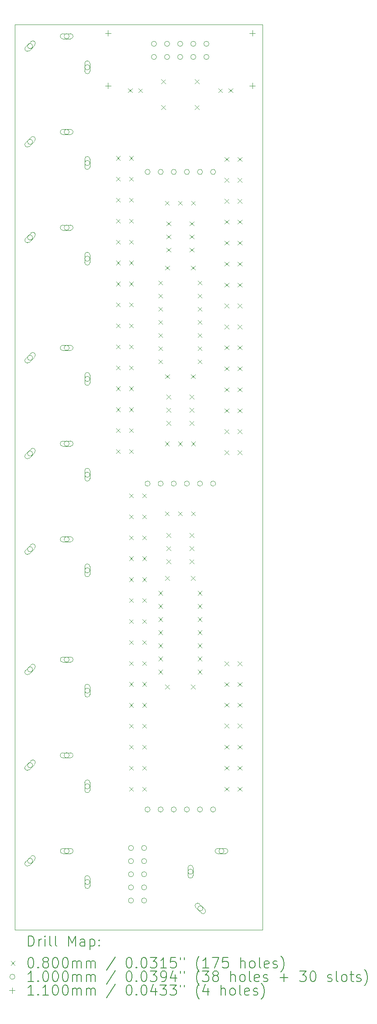
<source format=gbr>
%TF.GenerationSoftware,KiCad,Pcbnew,9.0.0*%
%TF.CreationDate,2025-04-19T17:36:52+02:00*%
%TF.ProjectId,DMH_Tripple_VCA_PCB_1,444d485f-5472-4697-9070-6c655f564341,1*%
%TF.SameCoordinates,Original*%
%TF.FileFunction,Drillmap*%
%TF.FilePolarity,Positive*%
%FSLAX45Y45*%
G04 Gerber Fmt 4.5, Leading zero omitted, Abs format (unit mm)*
G04 Created by KiCad (PCBNEW 9.0.0) date 2025-04-19 17:36:52*
%MOMM*%
%LPD*%
G01*
G04 APERTURE LIST*
%ADD10C,0.050000*%
%ADD11C,0.200000*%
%ADD12C,0.100000*%
%ADD13C,0.110000*%
G04 APERTURE END LIST*
D10*
X5100000Y-4250000D02*
X9900000Y-4250000D01*
X9900000Y-21750000D01*
X5100000Y-21750000D01*
X5100000Y-4250000D01*
D11*
D12*
X7060500Y-6790000D02*
X7140500Y-6870000D01*
X7140500Y-6790000D02*
X7060500Y-6870000D01*
X7060500Y-7195000D02*
X7140500Y-7275000D01*
X7140500Y-7195000D02*
X7060500Y-7275000D01*
X7060500Y-7600000D02*
X7140500Y-7680000D01*
X7140500Y-7600000D02*
X7060500Y-7680000D01*
X7060500Y-8005000D02*
X7140500Y-8085000D01*
X7140500Y-8005000D02*
X7060500Y-8085000D01*
X7060500Y-8410000D02*
X7140500Y-8490000D01*
X7140500Y-8410000D02*
X7060500Y-8490000D01*
X7060500Y-8815000D02*
X7140500Y-8895000D01*
X7140500Y-8815000D02*
X7060500Y-8895000D01*
X7060500Y-9220000D02*
X7140500Y-9300000D01*
X7140500Y-9220000D02*
X7060500Y-9300000D01*
X7060500Y-9625000D02*
X7140500Y-9705000D01*
X7140500Y-9625000D02*
X7060500Y-9705000D01*
X7060500Y-10030000D02*
X7140500Y-10110000D01*
X7140500Y-10030000D02*
X7060500Y-10110000D01*
X7060500Y-10435000D02*
X7140500Y-10515000D01*
X7140500Y-10435000D02*
X7060500Y-10515000D01*
X7060500Y-10840000D02*
X7140500Y-10920000D01*
X7140500Y-10840000D02*
X7060500Y-10920000D01*
X7060500Y-11245000D02*
X7140500Y-11325000D01*
X7140500Y-11245000D02*
X7060500Y-11325000D01*
X7060500Y-11650000D02*
X7140500Y-11730000D01*
X7140500Y-11650000D02*
X7060500Y-11730000D01*
X7060500Y-12055000D02*
X7140500Y-12135000D01*
X7140500Y-12055000D02*
X7060500Y-12135000D01*
X7060500Y-12460000D02*
X7140500Y-12540000D01*
X7140500Y-12460000D02*
X7060500Y-12540000D01*
X7289489Y-5485000D02*
X7369489Y-5565000D01*
X7369489Y-5485000D02*
X7289489Y-5565000D01*
X7310500Y-14935000D02*
X7390500Y-15015000D01*
X7390500Y-14935000D02*
X7310500Y-15015000D01*
X7312000Y-13315000D02*
X7392000Y-13395000D01*
X7392000Y-13315000D02*
X7312000Y-13395000D01*
X7312000Y-13720000D02*
X7392000Y-13800000D01*
X7392000Y-13720000D02*
X7312000Y-13800000D01*
X7312000Y-14125000D02*
X7392000Y-14205000D01*
X7392000Y-14125000D02*
X7312000Y-14205000D01*
X7312000Y-14530000D02*
X7392000Y-14610000D01*
X7392000Y-14530000D02*
X7312000Y-14610000D01*
X7312000Y-15340000D02*
X7392000Y-15420000D01*
X7392000Y-15340000D02*
X7312000Y-15420000D01*
X7312000Y-15745000D02*
X7392000Y-15825000D01*
X7392000Y-15745000D02*
X7312000Y-15825000D01*
X7312000Y-16150000D02*
X7392000Y-16230000D01*
X7392000Y-16150000D02*
X7312000Y-16230000D01*
X7312000Y-16555000D02*
X7392000Y-16635000D01*
X7392000Y-16555000D02*
X7312000Y-16635000D01*
X7312000Y-16960000D02*
X7392000Y-17040000D01*
X7392000Y-16960000D02*
X7312000Y-17040000D01*
X7312000Y-17365000D02*
X7392000Y-17445000D01*
X7392000Y-17365000D02*
X7312000Y-17445000D01*
X7312000Y-17770000D02*
X7392000Y-17850000D01*
X7392000Y-17770000D02*
X7312000Y-17850000D01*
X7312000Y-18175000D02*
X7392000Y-18255000D01*
X7392000Y-18175000D02*
X7312000Y-18255000D01*
X7312000Y-18580000D02*
X7392000Y-18660000D01*
X7392000Y-18580000D02*
X7312000Y-18660000D01*
X7312000Y-18985000D02*
X7392000Y-19065000D01*
X7392000Y-18985000D02*
X7312000Y-19065000D01*
X7314500Y-6790000D02*
X7394500Y-6870000D01*
X7394500Y-6790000D02*
X7314500Y-6870000D01*
X7314500Y-7195000D02*
X7394500Y-7275000D01*
X7394500Y-7195000D02*
X7314500Y-7275000D01*
X7314500Y-7600000D02*
X7394500Y-7680000D01*
X7394500Y-7600000D02*
X7314500Y-7680000D01*
X7314500Y-8005000D02*
X7394500Y-8085000D01*
X7394500Y-8005000D02*
X7314500Y-8085000D01*
X7314500Y-8410000D02*
X7394500Y-8490000D01*
X7394500Y-8410000D02*
X7314500Y-8490000D01*
X7314500Y-8815000D02*
X7394500Y-8895000D01*
X7394500Y-8815000D02*
X7314500Y-8895000D01*
X7314500Y-9220000D02*
X7394500Y-9300000D01*
X7394500Y-9220000D02*
X7314500Y-9300000D01*
X7314500Y-9625000D02*
X7394500Y-9705000D01*
X7394500Y-9625000D02*
X7314500Y-9705000D01*
X7314500Y-10030000D02*
X7394500Y-10110000D01*
X7394500Y-10030000D02*
X7314500Y-10110000D01*
X7314500Y-10435000D02*
X7394500Y-10515000D01*
X7394500Y-10435000D02*
X7314500Y-10515000D01*
X7314500Y-10840000D02*
X7394500Y-10920000D01*
X7394500Y-10840000D02*
X7314500Y-10920000D01*
X7314500Y-11245000D02*
X7394500Y-11325000D01*
X7394500Y-11245000D02*
X7314500Y-11325000D01*
X7314500Y-11650000D02*
X7394500Y-11730000D01*
X7394500Y-11650000D02*
X7314500Y-11730000D01*
X7314500Y-12055000D02*
X7394500Y-12135000D01*
X7394500Y-12055000D02*
X7314500Y-12135000D01*
X7314500Y-12460000D02*
X7394500Y-12540000D01*
X7394500Y-12460000D02*
X7314500Y-12540000D01*
X7489489Y-5485000D02*
X7569489Y-5565000D01*
X7569489Y-5485000D02*
X7489489Y-5565000D01*
X7564500Y-14935000D02*
X7644500Y-15015000D01*
X7644500Y-14935000D02*
X7564500Y-15015000D01*
X7566000Y-13315000D02*
X7646000Y-13395000D01*
X7646000Y-13315000D02*
X7566000Y-13395000D01*
X7566000Y-13720000D02*
X7646000Y-13800000D01*
X7646000Y-13720000D02*
X7566000Y-13800000D01*
X7566000Y-14125000D02*
X7646000Y-14205000D01*
X7646000Y-14125000D02*
X7566000Y-14205000D01*
X7566000Y-14530000D02*
X7646000Y-14610000D01*
X7646000Y-14530000D02*
X7566000Y-14610000D01*
X7566000Y-15340000D02*
X7646000Y-15420000D01*
X7646000Y-15340000D02*
X7566000Y-15420000D01*
X7566000Y-15745000D02*
X7646000Y-15825000D01*
X7646000Y-15745000D02*
X7566000Y-15825000D01*
X7566000Y-16150000D02*
X7646000Y-16230000D01*
X7646000Y-16150000D02*
X7566000Y-16230000D01*
X7566000Y-16555000D02*
X7646000Y-16635000D01*
X7646000Y-16555000D02*
X7566000Y-16635000D01*
X7566000Y-16960000D02*
X7646000Y-17040000D01*
X7646000Y-16960000D02*
X7566000Y-17040000D01*
X7566000Y-17365000D02*
X7646000Y-17445000D01*
X7646000Y-17365000D02*
X7566000Y-17445000D01*
X7566000Y-17770000D02*
X7646000Y-17850000D01*
X7646000Y-17770000D02*
X7566000Y-17850000D01*
X7566000Y-18175000D02*
X7646000Y-18255000D01*
X7646000Y-18175000D02*
X7566000Y-18255000D01*
X7566000Y-18580000D02*
X7646000Y-18660000D01*
X7646000Y-18580000D02*
X7566000Y-18660000D01*
X7566000Y-18985000D02*
X7646000Y-19065000D01*
X7646000Y-18985000D02*
X7566000Y-19065000D01*
X7880000Y-9198500D02*
X7960000Y-9278500D01*
X7960000Y-9198500D02*
X7880000Y-9278500D01*
X7880000Y-9452500D02*
X7960000Y-9532500D01*
X7960000Y-9452500D02*
X7880000Y-9532500D01*
X7880000Y-9706500D02*
X7960000Y-9786500D01*
X7960000Y-9706500D02*
X7880000Y-9786500D01*
X7880000Y-9960500D02*
X7960000Y-10040500D01*
X7960000Y-9960500D02*
X7880000Y-10040500D01*
X7880000Y-10214500D02*
X7960000Y-10294500D01*
X7960000Y-10214500D02*
X7880000Y-10294500D01*
X7880000Y-10468500D02*
X7960000Y-10548500D01*
X7960000Y-10468500D02*
X7880000Y-10548500D01*
X7880000Y-10722500D02*
X7960000Y-10802500D01*
X7960000Y-10722500D02*
X7880000Y-10802500D01*
X7880000Y-15198500D02*
X7960000Y-15278500D01*
X7960000Y-15198500D02*
X7880000Y-15278500D01*
X7880000Y-15452500D02*
X7960000Y-15532500D01*
X7960000Y-15452500D02*
X7880000Y-15532500D01*
X7880000Y-15706500D02*
X7960000Y-15786500D01*
X7960000Y-15706500D02*
X7880000Y-15786500D01*
X7880000Y-15960500D02*
X7960000Y-16040500D01*
X7960000Y-15960500D02*
X7880000Y-16040500D01*
X7880000Y-16214500D02*
X7960000Y-16294500D01*
X7960000Y-16214500D02*
X7880000Y-16294500D01*
X7880000Y-16468500D02*
X7960000Y-16548500D01*
X7960000Y-16468500D02*
X7880000Y-16548500D01*
X7880000Y-16722500D02*
X7960000Y-16802500D01*
X7960000Y-16722500D02*
X7880000Y-16802500D01*
X7935000Y-5310000D02*
X8015000Y-5390000D01*
X8015000Y-5310000D02*
X7935000Y-5390000D01*
X7935000Y-5810000D02*
X8015000Y-5890000D01*
X8015000Y-5810000D02*
X7935000Y-5890000D01*
X8006000Y-12310000D02*
X8086000Y-12390000D01*
X8086000Y-12310000D02*
X8006000Y-12390000D01*
X8006000Y-13660000D02*
X8086000Y-13740000D01*
X8086000Y-13660000D02*
X8006000Y-13740000D01*
X8007000Y-7660000D02*
X8087000Y-7740000D01*
X8087000Y-7660000D02*
X8007000Y-7740000D01*
X8010000Y-8910000D02*
X8090000Y-8990000D01*
X8090000Y-8910000D02*
X8010000Y-8990000D01*
X8010000Y-11010000D02*
X8090000Y-11090000D01*
X8090000Y-11010000D02*
X8010000Y-11090000D01*
X8010000Y-14910000D02*
X8090000Y-14990000D01*
X8090000Y-14910000D02*
X8010000Y-14990000D01*
X8010000Y-17010000D02*
X8090000Y-17090000D01*
X8090000Y-17010000D02*
X8010000Y-17090000D01*
X8035000Y-8056000D02*
X8115000Y-8136000D01*
X8115000Y-8056000D02*
X8035000Y-8136000D01*
X8035000Y-8310000D02*
X8115000Y-8390000D01*
X8115000Y-8310000D02*
X8035000Y-8390000D01*
X8035000Y-8564000D02*
X8115000Y-8644000D01*
X8115000Y-8564000D02*
X8035000Y-8644000D01*
X8035000Y-11406000D02*
X8115000Y-11486000D01*
X8115000Y-11406000D02*
X8035000Y-11486000D01*
X8035000Y-11660000D02*
X8115000Y-11740000D01*
X8115000Y-11660000D02*
X8035000Y-11740000D01*
X8035000Y-11914000D02*
X8115000Y-11994000D01*
X8115000Y-11914000D02*
X8035000Y-11994000D01*
X8035000Y-14081000D02*
X8115000Y-14161000D01*
X8115000Y-14081000D02*
X8035000Y-14161000D01*
X8035000Y-14335000D02*
X8115000Y-14415000D01*
X8115000Y-14335000D02*
X8035000Y-14415000D01*
X8035000Y-14589000D02*
X8115000Y-14669000D01*
X8115000Y-14589000D02*
X8035000Y-14669000D01*
X8260000Y-12310000D02*
X8340000Y-12390000D01*
X8340000Y-12310000D02*
X8260000Y-12390000D01*
X8260000Y-13660000D02*
X8340000Y-13740000D01*
X8340000Y-13660000D02*
X8260000Y-13740000D01*
X8261000Y-7660000D02*
X8341000Y-7740000D01*
X8341000Y-7660000D02*
X8261000Y-7740000D01*
X8485000Y-8056000D02*
X8565000Y-8136000D01*
X8565000Y-8056000D02*
X8485000Y-8136000D01*
X8485000Y-8310000D02*
X8565000Y-8390000D01*
X8565000Y-8310000D02*
X8485000Y-8390000D01*
X8485000Y-8564000D02*
X8565000Y-8644000D01*
X8565000Y-8564000D02*
X8485000Y-8644000D01*
X8485000Y-11406000D02*
X8565000Y-11486000D01*
X8565000Y-11406000D02*
X8485000Y-11486000D01*
X8485000Y-11660000D02*
X8565000Y-11740000D01*
X8565000Y-11660000D02*
X8485000Y-11740000D01*
X8485000Y-11914000D02*
X8565000Y-11994000D01*
X8565000Y-11914000D02*
X8485000Y-11994000D01*
X8485000Y-14081000D02*
X8565000Y-14161000D01*
X8565000Y-14081000D02*
X8485000Y-14161000D01*
X8485000Y-14335000D02*
X8565000Y-14415000D01*
X8565000Y-14335000D02*
X8485000Y-14415000D01*
X8485000Y-14589000D02*
X8565000Y-14669000D01*
X8565000Y-14589000D02*
X8485000Y-14669000D01*
X8510000Y-8910000D02*
X8590000Y-8990000D01*
X8590000Y-8910000D02*
X8510000Y-8990000D01*
X8510000Y-11010000D02*
X8590000Y-11090000D01*
X8590000Y-11010000D02*
X8510000Y-11090000D01*
X8510000Y-14910000D02*
X8590000Y-14990000D01*
X8590000Y-14910000D02*
X8510000Y-14990000D01*
X8510000Y-17010000D02*
X8590000Y-17090000D01*
X8590000Y-17010000D02*
X8510000Y-17090000D01*
X8514000Y-12310000D02*
X8594000Y-12390000D01*
X8594000Y-12310000D02*
X8514000Y-12390000D01*
X8514000Y-13660000D02*
X8594000Y-13740000D01*
X8594000Y-13660000D02*
X8514000Y-13740000D01*
X8515000Y-7660000D02*
X8595000Y-7740000D01*
X8595000Y-7660000D02*
X8515000Y-7740000D01*
X8585000Y-5310000D02*
X8665000Y-5390000D01*
X8665000Y-5310000D02*
X8585000Y-5390000D01*
X8585000Y-5810000D02*
X8665000Y-5890000D01*
X8665000Y-5810000D02*
X8585000Y-5890000D01*
X8642000Y-9198500D02*
X8722000Y-9278500D01*
X8722000Y-9198500D02*
X8642000Y-9278500D01*
X8642000Y-9452500D02*
X8722000Y-9532500D01*
X8722000Y-9452500D02*
X8642000Y-9532500D01*
X8642000Y-9706500D02*
X8722000Y-9786500D01*
X8722000Y-9706500D02*
X8642000Y-9786500D01*
X8642000Y-9960500D02*
X8722000Y-10040500D01*
X8722000Y-9960500D02*
X8642000Y-10040500D01*
X8642000Y-10214500D02*
X8722000Y-10294500D01*
X8722000Y-10214500D02*
X8642000Y-10294500D01*
X8642000Y-10468500D02*
X8722000Y-10548500D01*
X8722000Y-10468500D02*
X8642000Y-10548500D01*
X8642000Y-10722500D02*
X8722000Y-10802500D01*
X8722000Y-10722500D02*
X8642000Y-10802500D01*
X8642000Y-15198500D02*
X8722000Y-15278500D01*
X8722000Y-15198500D02*
X8642000Y-15278500D01*
X8642000Y-15452500D02*
X8722000Y-15532500D01*
X8722000Y-15452500D02*
X8642000Y-15532500D01*
X8642000Y-15706500D02*
X8722000Y-15786500D01*
X8722000Y-15706500D02*
X8642000Y-15786500D01*
X8642000Y-15960500D02*
X8722000Y-16040500D01*
X8722000Y-15960500D02*
X8642000Y-16040500D01*
X8642000Y-16214500D02*
X8722000Y-16294500D01*
X8722000Y-16214500D02*
X8642000Y-16294500D01*
X8642000Y-16468500D02*
X8722000Y-16548500D01*
X8722000Y-16468500D02*
X8642000Y-16548500D01*
X8642000Y-16722500D02*
X8722000Y-16802500D01*
X8722000Y-16722500D02*
X8642000Y-16802500D01*
X9039489Y-5485000D02*
X9119489Y-5565000D01*
X9119489Y-5485000D02*
X9039489Y-5565000D01*
X9160500Y-6810000D02*
X9240500Y-6890000D01*
X9240500Y-6810000D02*
X9160500Y-6890000D01*
X9160500Y-7215000D02*
X9240500Y-7295000D01*
X9240500Y-7215000D02*
X9160500Y-7295000D01*
X9160500Y-7620000D02*
X9240500Y-7700000D01*
X9240500Y-7620000D02*
X9160500Y-7700000D01*
X9160500Y-8025000D02*
X9240500Y-8105000D01*
X9240500Y-8025000D02*
X9160500Y-8105000D01*
X9160500Y-8430000D02*
X9240500Y-8510000D01*
X9240500Y-8430000D02*
X9160500Y-8510000D01*
X9160500Y-8835000D02*
X9240500Y-8915000D01*
X9240500Y-8835000D02*
X9160500Y-8915000D01*
X9160500Y-9240000D02*
X9240500Y-9320000D01*
X9240500Y-9240000D02*
X9160500Y-9320000D01*
X9160500Y-9645000D02*
X9240500Y-9725000D01*
X9240500Y-9645000D02*
X9160500Y-9725000D01*
X9160500Y-10050000D02*
X9240500Y-10130000D01*
X9240500Y-10050000D02*
X9160500Y-10130000D01*
X9160500Y-10455000D02*
X9240500Y-10535000D01*
X9240500Y-10455000D02*
X9160500Y-10535000D01*
X9160500Y-10860000D02*
X9240500Y-10940000D01*
X9240500Y-10860000D02*
X9160500Y-10940000D01*
X9160500Y-11265000D02*
X9240500Y-11345000D01*
X9240500Y-11265000D02*
X9160500Y-11345000D01*
X9160500Y-11670000D02*
X9240500Y-11750000D01*
X9240500Y-11670000D02*
X9160500Y-11750000D01*
X9160500Y-12075000D02*
X9240500Y-12155000D01*
X9240500Y-12075000D02*
X9160500Y-12155000D01*
X9160500Y-12480000D02*
X9240500Y-12560000D01*
X9240500Y-12480000D02*
X9160500Y-12560000D01*
X9160500Y-16560000D02*
X9240500Y-16640000D01*
X9240500Y-16560000D02*
X9160500Y-16640000D01*
X9160500Y-16965000D02*
X9240500Y-17045000D01*
X9240500Y-16965000D02*
X9160500Y-17045000D01*
X9160500Y-17360000D02*
X9240500Y-17440000D01*
X9240500Y-17360000D02*
X9160500Y-17440000D01*
X9160500Y-17765000D02*
X9240500Y-17845000D01*
X9240500Y-17765000D02*
X9160500Y-17845000D01*
X9160500Y-18175000D02*
X9240500Y-18255000D01*
X9240500Y-18175000D02*
X9160500Y-18255000D01*
X9160500Y-18580000D02*
X9240500Y-18660000D01*
X9240500Y-18580000D02*
X9160500Y-18660000D01*
X9160500Y-18985000D02*
X9240500Y-19065000D01*
X9240500Y-18985000D02*
X9160500Y-19065000D01*
X9239489Y-5485000D02*
X9319489Y-5565000D01*
X9319489Y-5485000D02*
X9239489Y-5565000D01*
X9414500Y-6810000D02*
X9494500Y-6890000D01*
X9494500Y-6810000D02*
X9414500Y-6890000D01*
X9414500Y-7215000D02*
X9494500Y-7295000D01*
X9494500Y-7215000D02*
X9414500Y-7295000D01*
X9414500Y-7620000D02*
X9494500Y-7700000D01*
X9494500Y-7620000D02*
X9414500Y-7700000D01*
X9414500Y-8025000D02*
X9494500Y-8105000D01*
X9494500Y-8025000D02*
X9414500Y-8105000D01*
X9414500Y-8430000D02*
X9494500Y-8510000D01*
X9494500Y-8430000D02*
X9414500Y-8510000D01*
X9414500Y-8835000D02*
X9494500Y-8915000D01*
X9494500Y-8835000D02*
X9414500Y-8915000D01*
X9414500Y-9240000D02*
X9494500Y-9320000D01*
X9494500Y-9240000D02*
X9414500Y-9320000D01*
X9414500Y-9645000D02*
X9494500Y-9725000D01*
X9494500Y-9645000D02*
X9414500Y-9725000D01*
X9414500Y-10050000D02*
X9494500Y-10130000D01*
X9494500Y-10050000D02*
X9414500Y-10130000D01*
X9414500Y-10455000D02*
X9494500Y-10535000D01*
X9494500Y-10455000D02*
X9414500Y-10535000D01*
X9414500Y-10860000D02*
X9494500Y-10940000D01*
X9494500Y-10860000D02*
X9414500Y-10940000D01*
X9414500Y-11265000D02*
X9494500Y-11345000D01*
X9494500Y-11265000D02*
X9414500Y-11345000D01*
X9414500Y-11670000D02*
X9494500Y-11750000D01*
X9494500Y-11670000D02*
X9414500Y-11750000D01*
X9414500Y-12075000D02*
X9494500Y-12155000D01*
X9494500Y-12075000D02*
X9414500Y-12155000D01*
X9414500Y-12480000D02*
X9494500Y-12560000D01*
X9494500Y-12480000D02*
X9414500Y-12560000D01*
X9414500Y-16560000D02*
X9494500Y-16640000D01*
X9494500Y-16560000D02*
X9414500Y-16640000D01*
X9414500Y-16965000D02*
X9494500Y-17045000D01*
X9494500Y-16965000D02*
X9414500Y-17045000D01*
X9414500Y-17360000D02*
X9494500Y-17440000D01*
X9494500Y-17360000D02*
X9414500Y-17440000D01*
X9414500Y-17765000D02*
X9494500Y-17845000D01*
X9494500Y-17765000D02*
X9414500Y-17845000D01*
X9414500Y-18175000D02*
X9494500Y-18255000D01*
X9494500Y-18175000D02*
X9414500Y-18255000D01*
X9414500Y-18580000D02*
X9494500Y-18660000D01*
X9494500Y-18580000D02*
X9414500Y-18660000D01*
X9414500Y-18985000D02*
X9494500Y-19065000D01*
X9494500Y-18985000D02*
X9414500Y-19065000D01*
X5440381Y-4665381D02*
G75*
G02*
X5340381Y-4665381I-50000J0D01*
G01*
X5340381Y-4665381D02*
G75*
G02*
X5440381Y-4665381I50000J0D01*
G01*
X5408059Y-4576993D02*
X5301993Y-4683059D01*
X5372703Y-4753769D02*
G75*
G02*
X5301993Y-4683059I-35355J35355D01*
G01*
X5372703Y-4753769D02*
X5478769Y-4647703D01*
X5478769Y-4647703D02*
G75*
G03*
X5408059Y-4576993I-35355J35355D01*
G01*
X5440381Y-6515381D02*
G75*
G02*
X5340381Y-6515381I-50000J0D01*
G01*
X5340381Y-6515381D02*
G75*
G02*
X5440381Y-6515381I50000J0D01*
G01*
X5408059Y-6426993D02*
X5301993Y-6533059D01*
X5372703Y-6603769D02*
G75*
G02*
X5301993Y-6533059I-35355J35355D01*
G01*
X5372703Y-6603769D02*
X5478769Y-6497703D01*
X5478769Y-6497703D02*
G75*
G03*
X5408059Y-6426993I-35355J35355D01*
G01*
X5440381Y-8365381D02*
G75*
G02*
X5340381Y-8365381I-50000J0D01*
G01*
X5340381Y-8365381D02*
G75*
G02*
X5440381Y-8365381I50000J0D01*
G01*
X5408059Y-8276993D02*
X5301993Y-8383059D01*
X5372703Y-8453769D02*
G75*
G02*
X5301993Y-8383059I-35355J35355D01*
G01*
X5372703Y-8453769D02*
X5478769Y-8347703D01*
X5478769Y-8347703D02*
G75*
G03*
X5408059Y-8276993I-35355J35355D01*
G01*
X5440381Y-10690381D02*
G75*
G02*
X5340381Y-10690381I-50000J0D01*
G01*
X5340381Y-10690381D02*
G75*
G02*
X5440381Y-10690381I50000J0D01*
G01*
X5408059Y-10601993D02*
X5301993Y-10708059D01*
X5372703Y-10778769D02*
G75*
G02*
X5301993Y-10708059I-35355J35355D01*
G01*
X5372703Y-10778769D02*
X5478769Y-10672703D01*
X5478769Y-10672703D02*
G75*
G03*
X5408059Y-10601993I-35355J35355D01*
G01*
X5440381Y-12540381D02*
G75*
G02*
X5340381Y-12540381I-50000J0D01*
G01*
X5340381Y-12540381D02*
G75*
G02*
X5440381Y-12540381I50000J0D01*
G01*
X5408059Y-12451993D02*
X5301993Y-12558059D01*
X5372703Y-12628769D02*
G75*
G02*
X5301993Y-12558059I-35355J35355D01*
G01*
X5372703Y-12628769D02*
X5478769Y-12522703D01*
X5478769Y-12522703D02*
G75*
G03*
X5408059Y-12451993I-35355J35355D01*
G01*
X5440381Y-14390381D02*
G75*
G02*
X5340381Y-14390381I-50000J0D01*
G01*
X5340381Y-14390381D02*
G75*
G02*
X5440381Y-14390381I50000J0D01*
G01*
X5408059Y-14301993D02*
X5301993Y-14408059D01*
X5372703Y-14478769D02*
G75*
G02*
X5301993Y-14408059I-35355J35355D01*
G01*
X5372703Y-14478769D02*
X5478769Y-14372703D01*
X5478769Y-14372703D02*
G75*
G03*
X5408059Y-14301993I-35355J35355D01*
G01*
X5440381Y-16715381D02*
G75*
G02*
X5340381Y-16715381I-50000J0D01*
G01*
X5340381Y-16715381D02*
G75*
G02*
X5440381Y-16715381I50000J0D01*
G01*
X5408059Y-16626993D02*
X5301993Y-16733059D01*
X5372703Y-16803769D02*
G75*
G02*
X5301993Y-16733059I-35355J35355D01*
G01*
X5372703Y-16803769D02*
X5478769Y-16697703D01*
X5478769Y-16697703D02*
G75*
G03*
X5408059Y-16626993I-35355J35355D01*
G01*
X5440381Y-18565381D02*
G75*
G02*
X5340381Y-18565381I-50000J0D01*
G01*
X5340381Y-18565381D02*
G75*
G02*
X5440381Y-18565381I50000J0D01*
G01*
X5408059Y-18476993D02*
X5301993Y-18583059D01*
X5372703Y-18653769D02*
G75*
G02*
X5301993Y-18583059I-35355J35355D01*
G01*
X5372703Y-18653769D02*
X5478769Y-18547703D01*
X5478769Y-18547703D02*
G75*
G03*
X5408059Y-18476993I-35355J35355D01*
G01*
X5440381Y-20415381D02*
G75*
G02*
X5340381Y-20415381I-50000J0D01*
G01*
X5340381Y-20415381D02*
G75*
G02*
X5440381Y-20415381I50000J0D01*
G01*
X5408059Y-20326993D02*
X5301993Y-20433059D01*
X5372703Y-20503769D02*
G75*
G02*
X5301993Y-20433059I-35355J35355D01*
G01*
X5372703Y-20503769D02*
X5478769Y-20397703D01*
X5478769Y-20397703D02*
G75*
G03*
X5408059Y-20326993I-35355J35355D01*
G01*
X6150000Y-4475000D02*
G75*
G02*
X6050000Y-4475000I-50000J0D01*
G01*
X6050000Y-4475000D02*
G75*
G02*
X6150000Y-4475000I50000J0D01*
G01*
X6025000Y-4525000D02*
X6175000Y-4525000D01*
X6175000Y-4425000D02*
G75*
G02*
X6175000Y-4525000I0J-50000D01*
G01*
X6175000Y-4425000D02*
X6025000Y-4425000D01*
X6025000Y-4425000D02*
G75*
G03*
X6025000Y-4525000I0J-50000D01*
G01*
X6150000Y-6325000D02*
G75*
G02*
X6050000Y-6325000I-50000J0D01*
G01*
X6050000Y-6325000D02*
G75*
G02*
X6150000Y-6325000I50000J0D01*
G01*
X6025000Y-6375000D02*
X6175000Y-6375000D01*
X6175000Y-6275000D02*
G75*
G02*
X6175000Y-6375000I0J-50000D01*
G01*
X6175000Y-6275000D02*
X6025000Y-6275000D01*
X6025000Y-6275000D02*
G75*
G03*
X6025000Y-6375000I0J-50000D01*
G01*
X6150000Y-8175000D02*
G75*
G02*
X6050000Y-8175000I-50000J0D01*
G01*
X6050000Y-8175000D02*
G75*
G02*
X6150000Y-8175000I50000J0D01*
G01*
X6025000Y-8225000D02*
X6175000Y-8225000D01*
X6175000Y-8125000D02*
G75*
G02*
X6175000Y-8225000I0J-50000D01*
G01*
X6175000Y-8125000D02*
X6025000Y-8125000D01*
X6025000Y-8125000D02*
G75*
G03*
X6025000Y-8225000I0J-50000D01*
G01*
X6150000Y-10500000D02*
G75*
G02*
X6050000Y-10500000I-50000J0D01*
G01*
X6050000Y-10500000D02*
G75*
G02*
X6150000Y-10500000I50000J0D01*
G01*
X6025000Y-10550000D02*
X6175000Y-10550000D01*
X6175000Y-10450000D02*
G75*
G02*
X6175000Y-10550000I0J-50000D01*
G01*
X6175000Y-10450000D02*
X6025000Y-10450000D01*
X6025000Y-10450000D02*
G75*
G03*
X6025000Y-10550000I0J-50000D01*
G01*
X6150000Y-12350000D02*
G75*
G02*
X6050000Y-12350000I-50000J0D01*
G01*
X6050000Y-12350000D02*
G75*
G02*
X6150000Y-12350000I50000J0D01*
G01*
X6025000Y-12400000D02*
X6175000Y-12400000D01*
X6175000Y-12300000D02*
G75*
G02*
X6175000Y-12400000I0J-50000D01*
G01*
X6175000Y-12300000D02*
X6025000Y-12300000D01*
X6025000Y-12300000D02*
G75*
G03*
X6025000Y-12400000I0J-50000D01*
G01*
X6150000Y-14200000D02*
G75*
G02*
X6050000Y-14200000I-50000J0D01*
G01*
X6050000Y-14200000D02*
G75*
G02*
X6150000Y-14200000I50000J0D01*
G01*
X6025000Y-14250000D02*
X6175000Y-14250000D01*
X6175000Y-14150000D02*
G75*
G02*
X6175000Y-14250000I0J-50000D01*
G01*
X6175000Y-14150000D02*
X6025000Y-14150000D01*
X6025000Y-14150000D02*
G75*
G03*
X6025000Y-14250000I0J-50000D01*
G01*
X6150000Y-16525000D02*
G75*
G02*
X6050000Y-16525000I-50000J0D01*
G01*
X6050000Y-16525000D02*
G75*
G02*
X6150000Y-16525000I50000J0D01*
G01*
X6025000Y-16575000D02*
X6175000Y-16575000D01*
X6175000Y-16475000D02*
G75*
G02*
X6175000Y-16575000I0J-50000D01*
G01*
X6175000Y-16475000D02*
X6025000Y-16475000D01*
X6025000Y-16475000D02*
G75*
G03*
X6025000Y-16575000I0J-50000D01*
G01*
X6150000Y-18375000D02*
G75*
G02*
X6050000Y-18375000I-50000J0D01*
G01*
X6050000Y-18375000D02*
G75*
G02*
X6150000Y-18375000I50000J0D01*
G01*
X6025000Y-18425000D02*
X6175000Y-18425000D01*
X6175000Y-18325000D02*
G75*
G02*
X6175000Y-18425000I0J-50000D01*
G01*
X6175000Y-18325000D02*
X6025000Y-18325000D01*
X6025000Y-18325000D02*
G75*
G03*
X6025000Y-18425000I0J-50000D01*
G01*
X6150000Y-20225000D02*
G75*
G02*
X6050000Y-20225000I-50000J0D01*
G01*
X6050000Y-20225000D02*
G75*
G02*
X6150000Y-20225000I50000J0D01*
G01*
X6025000Y-20275000D02*
X6175000Y-20275000D01*
X6175000Y-20175000D02*
G75*
G02*
X6175000Y-20275000I0J-50000D01*
G01*
X6175000Y-20175000D02*
X6025000Y-20175000D01*
X6025000Y-20175000D02*
G75*
G03*
X6025000Y-20275000I0J-50000D01*
G01*
X6550000Y-5075000D02*
G75*
G02*
X6450000Y-5075000I-50000J0D01*
G01*
X6450000Y-5075000D02*
G75*
G02*
X6550000Y-5075000I50000J0D01*
G01*
X6450000Y-5000000D02*
X6450000Y-5150000D01*
X6550000Y-5150000D02*
G75*
G02*
X6450000Y-5150000I-50000J0D01*
G01*
X6550000Y-5150000D02*
X6550000Y-5000000D01*
X6550000Y-5000000D02*
G75*
G03*
X6450000Y-5000000I-50000J0D01*
G01*
X6550000Y-6925000D02*
G75*
G02*
X6450000Y-6925000I-50000J0D01*
G01*
X6450000Y-6925000D02*
G75*
G02*
X6550000Y-6925000I50000J0D01*
G01*
X6450000Y-6850000D02*
X6450000Y-7000000D01*
X6550000Y-7000000D02*
G75*
G02*
X6450000Y-7000000I-50000J0D01*
G01*
X6550000Y-7000000D02*
X6550000Y-6850000D01*
X6550000Y-6850000D02*
G75*
G03*
X6450000Y-6850000I-50000J0D01*
G01*
X6550000Y-8775000D02*
G75*
G02*
X6450000Y-8775000I-50000J0D01*
G01*
X6450000Y-8775000D02*
G75*
G02*
X6550000Y-8775000I50000J0D01*
G01*
X6450000Y-8700000D02*
X6450000Y-8850000D01*
X6550000Y-8850000D02*
G75*
G02*
X6450000Y-8850000I-50000J0D01*
G01*
X6550000Y-8850000D02*
X6550000Y-8700000D01*
X6550000Y-8700000D02*
G75*
G03*
X6450000Y-8700000I-50000J0D01*
G01*
X6550000Y-11100000D02*
G75*
G02*
X6450000Y-11100000I-50000J0D01*
G01*
X6450000Y-11100000D02*
G75*
G02*
X6550000Y-11100000I50000J0D01*
G01*
X6450000Y-11025000D02*
X6450000Y-11175000D01*
X6550000Y-11175000D02*
G75*
G02*
X6450000Y-11175000I-50000J0D01*
G01*
X6550000Y-11175000D02*
X6550000Y-11025000D01*
X6550000Y-11025000D02*
G75*
G03*
X6450000Y-11025000I-50000J0D01*
G01*
X6550000Y-12950000D02*
G75*
G02*
X6450000Y-12950000I-50000J0D01*
G01*
X6450000Y-12950000D02*
G75*
G02*
X6550000Y-12950000I50000J0D01*
G01*
X6450000Y-12875000D02*
X6450000Y-13025000D01*
X6550000Y-13025000D02*
G75*
G02*
X6450000Y-13025000I-50000J0D01*
G01*
X6550000Y-13025000D02*
X6550000Y-12875000D01*
X6550000Y-12875000D02*
G75*
G03*
X6450000Y-12875000I-50000J0D01*
G01*
X6550000Y-14800000D02*
G75*
G02*
X6450000Y-14800000I-50000J0D01*
G01*
X6450000Y-14800000D02*
G75*
G02*
X6550000Y-14800000I50000J0D01*
G01*
X6450000Y-14725000D02*
X6450000Y-14875000D01*
X6550000Y-14875000D02*
G75*
G02*
X6450000Y-14875000I-50000J0D01*
G01*
X6550000Y-14875000D02*
X6550000Y-14725000D01*
X6550000Y-14725000D02*
G75*
G03*
X6450000Y-14725000I-50000J0D01*
G01*
X6550000Y-17125000D02*
G75*
G02*
X6450000Y-17125000I-50000J0D01*
G01*
X6450000Y-17125000D02*
G75*
G02*
X6550000Y-17125000I50000J0D01*
G01*
X6450000Y-17050000D02*
X6450000Y-17200000D01*
X6550000Y-17200000D02*
G75*
G02*
X6450000Y-17200000I-50000J0D01*
G01*
X6550000Y-17200000D02*
X6550000Y-17050000D01*
X6550000Y-17050000D02*
G75*
G03*
X6450000Y-17050000I-50000J0D01*
G01*
X6550000Y-18975000D02*
G75*
G02*
X6450000Y-18975000I-50000J0D01*
G01*
X6450000Y-18975000D02*
G75*
G02*
X6550000Y-18975000I50000J0D01*
G01*
X6450000Y-18900000D02*
X6450000Y-19050000D01*
X6550000Y-19050000D02*
G75*
G02*
X6450000Y-19050000I-50000J0D01*
G01*
X6550000Y-19050000D02*
X6550000Y-18900000D01*
X6550000Y-18900000D02*
G75*
G03*
X6450000Y-18900000I-50000J0D01*
G01*
X6550000Y-20825000D02*
G75*
G02*
X6450000Y-20825000I-50000J0D01*
G01*
X6450000Y-20825000D02*
G75*
G02*
X6550000Y-20825000I50000J0D01*
G01*
X6450000Y-20750000D02*
X6450000Y-20900000D01*
X6550000Y-20900000D02*
G75*
G02*
X6450000Y-20900000I-50000J0D01*
G01*
X6550000Y-20900000D02*
X6550000Y-20750000D01*
X6550000Y-20750000D02*
G75*
G03*
X6450000Y-20750000I-50000J0D01*
G01*
X7396250Y-20167000D02*
G75*
G02*
X7296250Y-20167000I-50000J0D01*
G01*
X7296250Y-20167000D02*
G75*
G02*
X7396250Y-20167000I50000J0D01*
G01*
X7396250Y-20421000D02*
G75*
G02*
X7296250Y-20421000I-50000J0D01*
G01*
X7296250Y-20421000D02*
G75*
G02*
X7396250Y-20421000I50000J0D01*
G01*
X7396250Y-20675000D02*
G75*
G02*
X7296250Y-20675000I-50000J0D01*
G01*
X7296250Y-20675000D02*
G75*
G02*
X7396250Y-20675000I50000J0D01*
G01*
X7396250Y-20929000D02*
G75*
G02*
X7296250Y-20929000I-50000J0D01*
G01*
X7296250Y-20929000D02*
G75*
G02*
X7396250Y-20929000I50000J0D01*
G01*
X7396250Y-21183000D02*
G75*
G02*
X7296250Y-21183000I-50000J0D01*
G01*
X7296250Y-21183000D02*
G75*
G02*
X7396250Y-21183000I50000J0D01*
G01*
X7650250Y-20167000D02*
G75*
G02*
X7550250Y-20167000I-50000J0D01*
G01*
X7550250Y-20167000D02*
G75*
G02*
X7650250Y-20167000I50000J0D01*
G01*
X7650250Y-20421000D02*
G75*
G02*
X7550250Y-20421000I-50000J0D01*
G01*
X7550250Y-20421000D02*
G75*
G02*
X7650250Y-20421000I50000J0D01*
G01*
X7650250Y-20675000D02*
G75*
G02*
X7550250Y-20675000I-50000J0D01*
G01*
X7550250Y-20675000D02*
G75*
G02*
X7650250Y-20675000I50000J0D01*
G01*
X7650250Y-20929000D02*
G75*
G02*
X7550250Y-20929000I-50000J0D01*
G01*
X7550250Y-20929000D02*
G75*
G02*
X7650250Y-20929000I50000J0D01*
G01*
X7650250Y-21183000D02*
G75*
G02*
X7550250Y-21183000I-50000J0D01*
G01*
X7550250Y-21183000D02*
G75*
G02*
X7650250Y-21183000I50000J0D01*
G01*
X7717500Y-7097500D02*
G75*
G02*
X7617500Y-7097500I-50000J0D01*
G01*
X7617500Y-7097500D02*
G75*
G02*
X7717500Y-7097500I50000J0D01*
G01*
X7717500Y-13122500D02*
G75*
G02*
X7617500Y-13122500I-50000J0D01*
G01*
X7617500Y-13122500D02*
G75*
G02*
X7717500Y-13122500I50000J0D01*
G01*
X7717500Y-19422500D02*
G75*
G02*
X7617500Y-19422500I-50000J0D01*
G01*
X7617500Y-19422500D02*
G75*
G02*
X7717500Y-19422500I50000J0D01*
G01*
X7842000Y-4621250D02*
G75*
G02*
X7742000Y-4621250I-50000J0D01*
G01*
X7742000Y-4621250D02*
G75*
G02*
X7842000Y-4621250I50000J0D01*
G01*
X7842000Y-4875250D02*
G75*
G02*
X7742000Y-4875250I-50000J0D01*
G01*
X7742000Y-4875250D02*
G75*
G02*
X7842000Y-4875250I50000J0D01*
G01*
X7971500Y-7097500D02*
G75*
G02*
X7871500Y-7097500I-50000J0D01*
G01*
X7871500Y-7097500D02*
G75*
G02*
X7971500Y-7097500I50000J0D01*
G01*
X7971500Y-13122500D02*
G75*
G02*
X7871500Y-13122500I-50000J0D01*
G01*
X7871500Y-13122500D02*
G75*
G02*
X7971500Y-13122500I50000J0D01*
G01*
X7971500Y-19422500D02*
G75*
G02*
X7871500Y-19422500I-50000J0D01*
G01*
X7871500Y-19422500D02*
G75*
G02*
X7971500Y-19422500I50000J0D01*
G01*
X8096000Y-4621250D02*
G75*
G02*
X7996000Y-4621250I-50000J0D01*
G01*
X7996000Y-4621250D02*
G75*
G02*
X8096000Y-4621250I50000J0D01*
G01*
X8096000Y-4875250D02*
G75*
G02*
X7996000Y-4875250I-50000J0D01*
G01*
X7996000Y-4875250D02*
G75*
G02*
X8096000Y-4875250I50000J0D01*
G01*
X8225500Y-7097500D02*
G75*
G02*
X8125500Y-7097500I-50000J0D01*
G01*
X8125500Y-7097500D02*
G75*
G02*
X8225500Y-7097500I50000J0D01*
G01*
X8225500Y-13122500D02*
G75*
G02*
X8125500Y-13122500I-50000J0D01*
G01*
X8125500Y-13122500D02*
G75*
G02*
X8225500Y-13122500I50000J0D01*
G01*
X8225500Y-19422500D02*
G75*
G02*
X8125500Y-19422500I-50000J0D01*
G01*
X8125500Y-19422500D02*
G75*
G02*
X8225500Y-19422500I50000J0D01*
G01*
X8350000Y-4621250D02*
G75*
G02*
X8250000Y-4621250I-50000J0D01*
G01*
X8250000Y-4621250D02*
G75*
G02*
X8350000Y-4621250I50000J0D01*
G01*
X8350000Y-4875250D02*
G75*
G02*
X8250000Y-4875250I-50000J0D01*
G01*
X8250000Y-4875250D02*
G75*
G02*
X8350000Y-4875250I50000J0D01*
G01*
X8479500Y-7097500D02*
G75*
G02*
X8379500Y-7097500I-50000J0D01*
G01*
X8379500Y-7097500D02*
G75*
G02*
X8479500Y-7097500I50000J0D01*
G01*
X8479500Y-13122500D02*
G75*
G02*
X8379500Y-13122500I-50000J0D01*
G01*
X8379500Y-13122500D02*
G75*
G02*
X8479500Y-13122500I50000J0D01*
G01*
X8479500Y-19422500D02*
G75*
G02*
X8379500Y-19422500I-50000J0D01*
G01*
X8379500Y-19422500D02*
G75*
G02*
X8479500Y-19422500I50000J0D01*
G01*
X8550000Y-20625000D02*
G75*
G02*
X8450000Y-20625000I-50000J0D01*
G01*
X8450000Y-20625000D02*
G75*
G02*
X8550000Y-20625000I50000J0D01*
G01*
X8550000Y-20700000D02*
X8550000Y-20550000D01*
X8450000Y-20550000D02*
G75*
G02*
X8550000Y-20550000I50000J0D01*
G01*
X8450000Y-20550000D02*
X8450000Y-20700000D01*
X8450000Y-20700000D02*
G75*
G03*
X8550000Y-20700000I50000J0D01*
G01*
X8604000Y-4621250D02*
G75*
G02*
X8504000Y-4621250I-50000J0D01*
G01*
X8504000Y-4621250D02*
G75*
G02*
X8604000Y-4621250I50000J0D01*
G01*
X8604000Y-4875250D02*
G75*
G02*
X8504000Y-4875250I-50000J0D01*
G01*
X8504000Y-4875250D02*
G75*
G02*
X8604000Y-4875250I50000J0D01*
G01*
X8733500Y-7097500D02*
G75*
G02*
X8633500Y-7097500I-50000J0D01*
G01*
X8633500Y-7097500D02*
G75*
G02*
X8733500Y-7097500I50000J0D01*
G01*
X8733500Y-13122500D02*
G75*
G02*
X8633500Y-13122500I-50000J0D01*
G01*
X8633500Y-13122500D02*
G75*
G02*
X8733500Y-13122500I50000J0D01*
G01*
X8733500Y-19422500D02*
G75*
G02*
X8633500Y-19422500I-50000J0D01*
G01*
X8633500Y-19422500D02*
G75*
G02*
X8733500Y-19422500I50000J0D01*
G01*
X8740381Y-21334619D02*
G75*
G02*
X8640381Y-21334619I-50000J0D01*
G01*
X8640381Y-21334619D02*
G75*
G02*
X8740381Y-21334619I50000J0D01*
G01*
X8601993Y-21316941D02*
X8708059Y-21423007D01*
X8778769Y-21352297D02*
G75*
G02*
X8708059Y-21423007I-35355J-35355D01*
G01*
X8778769Y-21352297D02*
X8672703Y-21246231D01*
X8672703Y-21246231D02*
G75*
G03*
X8601993Y-21316941I-35355J-35355D01*
G01*
X8858000Y-4621250D02*
G75*
G02*
X8758000Y-4621250I-50000J0D01*
G01*
X8758000Y-4621250D02*
G75*
G02*
X8858000Y-4621250I50000J0D01*
G01*
X8858000Y-4875250D02*
G75*
G02*
X8758000Y-4875250I-50000J0D01*
G01*
X8758000Y-4875250D02*
G75*
G02*
X8858000Y-4875250I50000J0D01*
G01*
X8987500Y-7097500D02*
G75*
G02*
X8887500Y-7097500I-50000J0D01*
G01*
X8887500Y-7097500D02*
G75*
G02*
X8987500Y-7097500I50000J0D01*
G01*
X8987500Y-13122500D02*
G75*
G02*
X8887500Y-13122500I-50000J0D01*
G01*
X8887500Y-13122500D02*
G75*
G02*
X8987500Y-13122500I50000J0D01*
G01*
X8987500Y-19422500D02*
G75*
G02*
X8887500Y-19422500I-50000J0D01*
G01*
X8887500Y-19422500D02*
G75*
G02*
X8987500Y-19422500I50000J0D01*
G01*
X9150000Y-20225000D02*
G75*
G02*
X9050000Y-20225000I-50000J0D01*
G01*
X9050000Y-20225000D02*
G75*
G02*
X9150000Y-20225000I50000J0D01*
G01*
X9025000Y-20275000D02*
X9175000Y-20275000D01*
X9175000Y-20175000D02*
G75*
G02*
X9175000Y-20275000I0J-50000D01*
G01*
X9175000Y-20175000D02*
X9025000Y-20175000D01*
X9025000Y-20175000D02*
G75*
G03*
X9025000Y-20275000I0J-50000D01*
G01*
D13*
X6900000Y-4362000D02*
X6900000Y-4472000D01*
X6845000Y-4417000D02*
X6955000Y-4417000D01*
X6900000Y-5378000D02*
X6900000Y-5488000D01*
X6845000Y-5433000D02*
X6955000Y-5433000D01*
X9700000Y-4362000D02*
X9700000Y-4472000D01*
X9645000Y-4417000D02*
X9755000Y-4417000D01*
X9700000Y-5378000D02*
X9700000Y-5488000D01*
X9645000Y-5433000D02*
X9755000Y-5433000D01*
D11*
X5358277Y-22063984D02*
X5358277Y-21863984D01*
X5358277Y-21863984D02*
X5405896Y-21863984D01*
X5405896Y-21863984D02*
X5434467Y-21873508D01*
X5434467Y-21873508D02*
X5453515Y-21892555D01*
X5453515Y-21892555D02*
X5463039Y-21911603D01*
X5463039Y-21911603D02*
X5472563Y-21949698D01*
X5472563Y-21949698D02*
X5472563Y-21978270D01*
X5472563Y-21978270D02*
X5463039Y-22016365D01*
X5463039Y-22016365D02*
X5453515Y-22035412D01*
X5453515Y-22035412D02*
X5434467Y-22054460D01*
X5434467Y-22054460D02*
X5405896Y-22063984D01*
X5405896Y-22063984D02*
X5358277Y-22063984D01*
X5558277Y-22063984D02*
X5558277Y-21930650D01*
X5558277Y-21968746D02*
X5567801Y-21949698D01*
X5567801Y-21949698D02*
X5577324Y-21940174D01*
X5577324Y-21940174D02*
X5596372Y-21930650D01*
X5596372Y-21930650D02*
X5615420Y-21930650D01*
X5682086Y-22063984D02*
X5682086Y-21930650D01*
X5682086Y-21863984D02*
X5672562Y-21873508D01*
X5672562Y-21873508D02*
X5682086Y-21883031D01*
X5682086Y-21883031D02*
X5691610Y-21873508D01*
X5691610Y-21873508D02*
X5682086Y-21863984D01*
X5682086Y-21863984D02*
X5682086Y-21883031D01*
X5805896Y-22063984D02*
X5786848Y-22054460D01*
X5786848Y-22054460D02*
X5777324Y-22035412D01*
X5777324Y-22035412D02*
X5777324Y-21863984D01*
X5910658Y-22063984D02*
X5891610Y-22054460D01*
X5891610Y-22054460D02*
X5882086Y-22035412D01*
X5882086Y-22035412D02*
X5882086Y-21863984D01*
X6139229Y-22063984D02*
X6139229Y-21863984D01*
X6139229Y-21863984D02*
X6205896Y-22006841D01*
X6205896Y-22006841D02*
X6272562Y-21863984D01*
X6272562Y-21863984D02*
X6272562Y-22063984D01*
X6453515Y-22063984D02*
X6453515Y-21959222D01*
X6453515Y-21959222D02*
X6443991Y-21940174D01*
X6443991Y-21940174D02*
X6424943Y-21930650D01*
X6424943Y-21930650D02*
X6386848Y-21930650D01*
X6386848Y-21930650D02*
X6367801Y-21940174D01*
X6453515Y-22054460D02*
X6434467Y-22063984D01*
X6434467Y-22063984D02*
X6386848Y-22063984D01*
X6386848Y-22063984D02*
X6367801Y-22054460D01*
X6367801Y-22054460D02*
X6358277Y-22035412D01*
X6358277Y-22035412D02*
X6358277Y-22016365D01*
X6358277Y-22016365D02*
X6367801Y-21997317D01*
X6367801Y-21997317D02*
X6386848Y-21987793D01*
X6386848Y-21987793D02*
X6434467Y-21987793D01*
X6434467Y-21987793D02*
X6453515Y-21978270D01*
X6548753Y-21930650D02*
X6548753Y-22130650D01*
X6548753Y-21940174D02*
X6567801Y-21930650D01*
X6567801Y-21930650D02*
X6605896Y-21930650D01*
X6605896Y-21930650D02*
X6624943Y-21940174D01*
X6624943Y-21940174D02*
X6634467Y-21949698D01*
X6634467Y-21949698D02*
X6643991Y-21968746D01*
X6643991Y-21968746D02*
X6643991Y-22025889D01*
X6643991Y-22025889D02*
X6634467Y-22044936D01*
X6634467Y-22044936D02*
X6624943Y-22054460D01*
X6624943Y-22054460D02*
X6605896Y-22063984D01*
X6605896Y-22063984D02*
X6567801Y-22063984D01*
X6567801Y-22063984D02*
X6548753Y-22054460D01*
X6729705Y-22044936D02*
X6739229Y-22054460D01*
X6739229Y-22054460D02*
X6729705Y-22063984D01*
X6729705Y-22063984D02*
X6720182Y-22054460D01*
X6720182Y-22054460D02*
X6729705Y-22044936D01*
X6729705Y-22044936D02*
X6729705Y-22063984D01*
X6729705Y-21940174D02*
X6739229Y-21949698D01*
X6739229Y-21949698D02*
X6729705Y-21959222D01*
X6729705Y-21959222D02*
X6720182Y-21949698D01*
X6720182Y-21949698D02*
X6729705Y-21940174D01*
X6729705Y-21940174D02*
X6729705Y-21959222D01*
D12*
X5017500Y-22352500D02*
X5097500Y-22432500D01*
X5097500Y-22352500D02*
X5017500Y-22432500D01*
D11*
X5396372Y-22283984D02*
X5415420Y-22283984D01*
X5415420Y-22283984D02*
X5434467Y-22293508D01*
X5434467Y-22293508D02*
X5443991Y-22303031D01*
X5443991Y-22303031D02*
X5453515Y-22322079D01*
X5453515Y-22322079D02*
X5463039Y-22360174D01*
X5463039Y-22360174D02*
X5463039Y-22407793D01*
X5463039Y-22407793D02*
X5453515Y-22445888D01*
X5453515Y-22445888D02*
X5443991Y-22464936D01*
X5443991Y-22464936D02*
X5434467Y-22474460D01*
X5434467Y-22474460D02*
X5415420Y-22483984D01*
X5415420Y-22483984D02*
X5396372Y-22483984D01*
X5396372Y-22483984D02*
X5377324Y-22474460D01*
X5377324Y-22474460D02*
X5367801Y-22464936D01*
X5367801Y-22464936D02*
X5358277Y-22445888D01*
X5358277Y-22445888D02*
X5348753Y-22407793D01*
X5348753Y-22407793D02*
X5348753Y-22360174D01*
X5348753Y-22360174D02*
X5358277Y-22322079D01*
X5358277Y-22322079D02*
X5367801Y-22303031D01*
X5367801Y-22303031D02*
X5377324Y-22293508D01*
X5377324Y-22293508D02*
X5396372Y-22283984D01*
X5548753Y-22464936D02*
X5558277Y-22474460D01*
X5558277Y-22474460D02*
X5548753Y-22483984D01*
X5548753Y-22483984D02*
X5539229Y-22474460D01*
X5539229Y-22474460D02*
X5548753Y-22464936D01*
X5548753Y-22464936D02*
X5548753Y-22483984D01*
X5672562Y-22369698D02*
X5653515Y-22360174D01*
X5653515Y-22360174D02*
X5643991Y-22350650D01*
X5643991Y-22350650D02*
X5634467Y-22331603D01*
X5634467Y-22331603D02*
X5634467Y-22322079D01*
X5634467Y-22322079D02*
X5643991Y-22303031D01*
X5643991Y-22303031D02*
X5653515Y-22293508D01*
X5653515Y-22293508D02*
X5672562Y-22283984D01*
X5672562Y-22283984D02*
X5710658Y-22283984D01*
X5710658Y-22283984D02*
X5729705Y-22293508D01*
X5729705Y-22293508D02*
X5739229Y-22303031D01*
X5739229Y-22303031D02*
X5748753Y-22322079D01*
X5748753Y-22322079D02*
X5748753Y-22331603D01*
X5748753Y-22331603D02*
X5739229Y-22350650D01*
X5739229Y-22350650D02*
X5729705Y-22360174D01*
X5729705Y-22360174D02*
X5710658Y-22369698D01*
X5710658Y-22369698D02*
X5672562Y-22369698D01*
X5672562Y-22369698D02*
X5653515Y-22379222D01*
X5653515Y-22379222D02*
X5643991Y-22388746D01*
X5643991Y-22388746D02*
X5634467Y-22407793D01*
X5634467Y-22407793D02*
X5634467Y-22445888D01*
X5634467Y-22445888D02*
X5643991Y-22464936D01*
X5643991Y-22464936D02*
X5653515Y-22474460D01*
X5653515Y-22474460D02*
X5672562Y-22483984D01*
X5672562Y-22483984D02*
X5710658Y-22483984D01*
X5710658Y-22483984D02*
X5729705Y-22474460D01*
X5729705Y-22474460D02*
X5739229Y-22464936D01*
X5739229Y-22464936D02*
X5748753Y-22445888D01*
X5748753Y-22445888D02*
X5748753Y-22407793D01*
X5748753Y-22407793D02*
X5739229Y-22388746D01*
X5739229Y-22388746D02*
X5729705Y-22379222D01*
X5729705Y-22379222D02*
X5710658Y-22369698D01*
X5872562Y-22283984D02*
X5891610Y-22283984D01*
X5891610Y-22283984D02*
X5910658Y-22293508D01*
X5910658Y-22293508D02*
X5920182Y-22303031D01*
X5920182Y-22303031D02*
X5929705Y-22322079D01*
X5929705Y-22322079D02*
X5939229Y-22360174D01*
X5939229Y-22360174D02*
X5939229Y-22407793D01*
X5939229Y-22407793D02*
X5929705Y-22445888D01*
X5929705Y-22445888D02*
X5920182Y-22464936D01*
X5920182Y-22464936D02*
X5910658Y-22474460D01*
X5910658Y-22474460D02*
X5891610Y-22483984D01*
X5891610Y-22483984D02*
X5872562Y-22483984D01*
X5872562Y-22483984D02*
X5853515Y-22474460D01*
X5853515Y-22474460D02*
X5843991Y-22464936D01*
X5843991Y-22464936D02*
X5834467Y-22445888D01*
X5834467Y-22445888D02*
X5824943Y-22407793D01*
X5824943Y-22407793D02*
X5824943Y-22360174D01*
X5824943Y-22360174D02*
X5834467Y-22322079D01*
X5834467Y-22322079D02*
X5843991Y-22303031D01*
X5843991Y-22303031D02*
X5853515Y-22293508D01*
X5853515Y-22293508D02*
X5872562Y-22283984D01*
X6063039Y-22283984D02*
X6082086Y-22283984D01*
X6082086Y-22283984D02*
X6101134Y-22293508D01*
X6101134Y-22293508D02*
X6110658Y-22303031D01*
X6110658Y-22303031D02*
X6120182Y-22322079D01*
X6120182Y-22322079D02*
X6129705Y-22360174D01*
X6129705Y-22360174D02*
X6129705Y-22407793D01*
X6129705Y-22407793D02*
X6120182Y-22445888D01*
X6120182Y-22445888D02*
X6110658Y-22464936D01*
X6110658Y-22464936D02*
X6101134Y-22474460D01*
X6101134Y-22474460D02*
X6082086Y-22483984D01*
X6082086Y-22483984D02*
X6063039Y-22483984D01*
X6063039Y-22483984D02*
X6043991Y-22474460D01*
X6043991Y-22474460D02*
X6034467Y-22464936D01*
X6034467Y-22464936D02*
X6024943Y-22445888D01*
X6024943Y-22445888D02*
X6015420Y-22407793D01*
X6015420Y-22407793D02*
X6015420Y-22360174D01*
X6015420Y-22360174D02*
X6024943Y-22322079D01*
X6024943Y-22322079D02*
X6034467Y-22303031D01*
X6034467Y-22303031D02*
X6043991Y-22293508D01*
X6043991Y-22293508D02*
X6063039Y-22283984D01*
X6215420Y-22483984D02*
X6215420Y-22350650D01*
X6215420Y-22369698D02*
X6224943Y-22360174D01*
X6224943Y-22360174D02*
X6243991Y-22350650D01*
X6243991Y-22350650D02*
X6272563Y-22350650D01*
X6272563Y-22350650D02*
X6291610Y-22360174D01*
X6291610Y-22360174D02*
X6301134Y-22379222D01*
X6301134Y-22379222D02*
X6301134Y-22483984D01*
X6301134Y-22379222D02*
X6310658Y-22360174D01*
X6310658Y-22360174D02*
X6329705Y-22350650D01*
X6329705Y-22350650D02*
X6358277Y-22350650D01*
X6358277Y-22350650D02*
X6377324Y-22360174D01*
X6377324Y-22360174D02*
X6386848Y-22379222D01*
X6386848Y-22379222D02*
X6386848Y-22483984D01*
X6482086Y-22483984D02*
X6482086Y-22350650D01*
X6482086Y-22369698D02*
X6491610Y-22360174D01*
X6491610Y-22360174D02*
X6510658Y-22350650D01*
X6510658Y-22350650D02*
X6539229Y-22350650D01*
X6539229Y-22350650D02*
X6558277Y-22360174D01*
X6558277Y-22360174D02*
X6567801Y-22379222D01*
X6567801Y-22379222D02*
X6567801Y-22483984D01*
X6567801Y-22379222D02*
X6577324Y-22360174D01*
X6577324Y-22360174D02*
X6596372Y-22350650D01*
X6596372Y-22350650D02*
X6624943Y-22350650D01*
X6624943Y-22350650D02*
X6643991Y-22360174D01*
X6643991Y-22360174D02*
X6653515Y-22379222D01*
X6653515Y-22379222D02*
X6653515Y-22483984D01*
X7043991Y-22274460D02*
X6872563Y-22531603D01*
X7301134Y-22283984D02*
X7320182Y-22283984D01*
X7320182Y-22283984D02*
X7339229Y-22293508D01*
X7339229Y-22293508D02*
X7348753Y-22303031D01*
X7348753Y-22303031D02*
X7358277Y-22322079D01*
X7358277Y-22322079D02*
X7367801Y-22360174D01*
X7367801Y-22360174D02*
X7367801Y-22407793D01*
X7367801Y-22407793D02*
X7358277Y-22445888D01*
X7358277Y-22445888D02*
X7348753Y-22464936D01*
X7348753Y-22464936D02*
X7339229Y-22474460D01*
X7339229Y-22474460D02*
X7320182Y-22483984D01*
X7320182Y-22483984D02*
X7301134Y-22483984D01*
X7301134Y-22483984D02*
X7282086Y-22474460D01*
X7282086Y-22474460D02*
X7272563Y-22464936D01*
X7272563Y-22464936D02*
X7263039Y-22445888D01*
X7263039Y-22445888D02*
X7253515Y-22407793D01*
X7253515Y-22407793D02*
X7253515Y-22360174D01*
X7253515Y-22360174D02*
X7263039Y-22322079D01*
X7263039Y-22322079D02*
X7272563Y-22303031D01*
X7272563Y-22303031D02*
X7282086Y-22293508D01*
X7282086Y-22293508D02*
X7301134Y-22283984D01*
X7453515Y-22464936D02*
X7463039Y-22474460D01*
X7463039Y-22474460D02*
X7453515Y-22483984D01*
X7453515Y-22483984D02*
X7443991Y-22474460D01*
X7443991Y-22474460D02*
X7453515Y-22464936D01*
X7453515Y-22464936D02*
X7453515Y-22483984D01*
X7586848Y-22283984D02*
X7605896Y-22283984D01*
X7605896Y-22283984D02*
X7624944Y-22293508D01*
X7624944Y-22293508D02*
X7634467Y-22303031D01*
X7634467Y-22303031D02*
X7643991Y-22322079D01*
X7643991Y-22322079D02*
X7653515Y-22360174D01*
X7653515Y-22360174D02*
X7653515Y-22407793D01*
X7653515Y-22407793D02*
X7643991Y-22445888D01*
X7643991Y-22445888D02*
X7634467Y-22464936D01*
X7634467Y-22464936D02*
X7624944Y-22474460D01*
X7624944Y-22474460D02*
X7605896Y-22483984D01*
X7605896Y-22483984D02*
X7586848Y-22483984D01*
X7586848Y-22483984D02*
X7567801Y-22474460D01*
X7567801Y-22474460D02*
X7558277Y-22464936D01*
X7558277Y-22464936D02*
X7548753Y-22445888D01*
X7548753Y-22445888D02*
X7539229Y-22407793D01*
X7539229Y-22407793D02*
X7539229Y-22360174D01*
X7539229Y-22360174D02*
X7548753Y-22322079D01*
X7548753Y-22322079D02*
X7558277Y-22303031D01*
X7558277Y-22303031D02*
X7567801Y-22293508D01*
X7567801Y-22293508D02*
X7586848Y-22283984D01*
X7720182Y-22283984D02*
X7843991Y-22283984D01*
X7843991Y-22283984D02*
X7777325Y-22360174D01*
X7777325Y-22360174D02*
X7805896Y-22360174D01*
X7805896Y-22360174D02*
X7824944Y-22369698D01*
X7824944Y-22369698D02*
X7834467Y-22379222D01*
X7834467Y-22379222D02*
X7843991Y-22398269D01*
X7843991Y-22398269D02*
X7843991Y-22445888D01*
X7843991Y-22445888D02*
X7834467Y-22464936D01*
X7834467Y-22464936D02*
X7824944Y-22474460D01*
X7824944Y-22474460D02*
X7805896Y-22483984D01*
X7805896Y-22483984D02*
X7748753Y-22483984D01*
X7748753Y-22483984D02*
X7729706Y-22474460D01*
X7729706Y-22474460D02*
X7720182Y-22464936D01*
X8034467Y-22483984D02*
X7920182Y-22483984D01*
X7977325Y-22483984D02*
X7977325Y-22283984D01*
X7977325Y-22283984D02*
X7958277Y-22312555D01*
X7958277Y-22312555D02*
X7939229Y-22331603D01*
X7939229Y-22331603D02*
X7920182Y-22341127D01*
X8215420Y-22283984D02*
X8120182Y-22283984D01*
X8120182Y-22283984D02*
X8110658Y-22379222D01*
X8110658Y-22379222D02*
X8120182Y-22369698D01*
X8120182Y-22369698D02*
X8139229Y-22360174D01*
X8139229Y-22360174D02*
X8186848Y-22360174D01*
X8186848Y-22360174D02*
X8205896Y-22369698D01*
X8205896Y-22369698D02*
X8215420Y-22379222D01*
X8215420Y-22379222D02*
X8224944Y-22398269D01*
X8224944Y-22398269D02*
X8224944Y-22445888D01*
X8224944Y-22445888D02*
X8215420Y-22464936D01*
X8215420Y-22464936D02*
X8205896Y-22474460D01*
X8205896Y-22474460D02*
X8186848Y-22483984D01*
X8186848Y-22483984D02*
X8139229Y-22483984D01*
X8139229Y-22483984D02*
X8120182Y-22474460D01*
X8120182Y-22474460D02*
X8110658Y-22464936D01*
X8301134Y-22283984D02*
X8301134Y-22322079D01*
X8377325Y-22283984D02*
X8377325Y-22322079D01*
X8672563Y-22560174D02*
X8663039Y-22550650D01*
X8663039Y-22550650D02*
X8643991Y-22522079D01*
X8643991Y-22522079D02*
X8634468Y-22503031D01*
X8634468Y-22503031D02*
X8624944Y-22474460D01*
X8624944Y-22474460D02*
X8615420Y-22426841D01*
X8615420Y-22426841D02*
X8615420Y-22388746D01*
X8615420Y-22388746D02*
X8624944Y-22341127D01*
X8624944Y-22341127D02*
X8634468Y-22312555D01*
X8634468Y-22312555D02*
X8643991Y-22293508D01*
X8643991Y-22293508D02*
X8663039Y-22264936D01*
X8663039Y-22264936D02*
X8672563Y-22255412D01*
X8853515Y-22483984D02*
X8739230Y-22483984D01*
X8796372Y-22483984D02*
X8796372Y-22283984D01*
X8796372Y-22283984D02*
X8777325Y-22312555D01*
X8777325Y-22312555D02*
X8758277Y-22331603D01*
X8758277Y-22331603D02*
X8739230Y-22341127D01*
X8920182Y-22283984D02*
X9053515Y-22283984D01*
X9053515Y-22283984D02*
X8967801Y-22483984D01*
X9224944Y-22283984D02*
X9129706Y-22283984D01*
X9129706Y-22283984D02*
X9120182Y-22379222D01*
X9120182Y-22379222D02*
X9129706Y-22369698D01*
X9129706Y-22369698D02*
X9148753Y-22360174D01*
X9148753Y-22360174D02*
X9196372Y-22360174D01*
X9196372Y-22360174D02*
X9215420Y-22369698D01*
X9215420Y-22369698D02*
X9224944Y-22379222D01*
X9224944Y-22379222D02*
X9234468Y-22398269D01*
X9234468Y-22398269D02*
X9234468Y-22445888D01*
X9234468Y-22445888D02*
X9224944Y-22464936D01*
X9224944Y-22464936D02*
X9215420Y-22474460D01*
X9215420Y-22474460D02*
X9196372Y-22483984D01*
X9196372Y-22483984D02*
X9148753Y-22483984D01*
X9148753Y-22483984D02*
X9129706Y-22474460D01*
X9129706Y-22474460D02*
X9120182Y-22464936D01*
X9472563Y-22483984D02*
X9472563Y-22283984D01*
X9558277Y-22483984D02*
X9558277Y-22379222D01*
X9558277Y-22379222D02*
X9548753Y-22360174D01*
X9548753Y-22360174D02*
X9529706Y-22350650D01*
X9529706Y-22350650D02*
X9501134Y-22350650D01*
X9501134Y-22350650D02*
X9482087Y-22360174D01*
X9482087Y-22360174D02*
X9472563Y-22369698D01*
X9682087Y-22483984D02*
X9663039Y-22474460D01*
X9663039Y-22474460D02*
X9653515Y-22464936D01*
X9653515Y-22464936D02*
X9643992Y-22445888D01*
X9643992Y-22445888D02*
X9643992Y-22388746D01*
X9643992Y-22388746D02*
X9653515Y-22369698D01*
X9653515Y-22369698D02*
X9663039Y-22360174D01*
X9663039Y-22360174D02*
X9682087Y-22350650D01*
X9682087Y-22350650D02*
X9710658Y-22350650D01*
X9710658Y-22350650D02*
X9729706Y-22360174D01*
X9729706Y-22360174D02*
X9739230Y-22369698D01*
X9739230Y-22369698D02*
X9748753Y-22388746D01*
X9748753Y-22388746D02*
X9748753Y-22445888D01*
X9748753Y-22445888D02*
X9739230Y-22464936D01*
X9739230Y-22464936D02*
X9729706Y-22474460D01*
X9729706Y-22474460D02*
X9710658Y-22483984D01*
X9710658Y-22483984D02*
X9682087Y-22483984D01*
X9863039Y-22483984D02*
X9843992Y-22474460D01*
X9843992Y-22474460D02*
X9834468Y-22455412D01*
X9834468Y-22455412D02*
X9834468Y-22283984D01*
X10015420Y-22474460D02*
X9996373Y-22483984D01*
X9996373Y-22483984D02*
X9958277Y-22483984D01*
X9958277Y-22483984D02*
X9939230Y-22474460D01*
X9939230Y-22474460D02*
X9929706Y-22455412D01*
X9929706Y-22455412D02*
X9929706Y-22379222D01*
X9929706Y-22379222D02*
X9939230Y-22360174D01*
X9939230Y-22360174D02*
X9958277Y-22350650D01*
X9958277Y-22350650D02*
X9996373Y-22350650D01*
X9996373Y-22350650D02*
X10015420Y-22360174D01*
X10015420Y-22360174D02*
X10024944Y-22379222D01*
X10024944Y-22379222D02*
X10024944Y-22398269D01*
X10024944Y-22398269D02*
X9929706Y-22417317D01*
X10101134Y-22474460D02*
X10120182Y-22483984D01*
X10120182Y-22483984D02*
X10158277Y-22483984D01*
X10158277Y-22483984D02*
X10177325Y-22474460D01*
X10177325Y-22474460D02*
X10186849Y-22455412D01*
X10186849Y-22455412D02*
X10186849Y-22445888D01*
X10186849Y-22445888D02*
X10177325Y-22426841D01*
X10177325Y-22426841D02*
X10158277Y-22417317D01*
X10158277Y-22417317D02*
X10129706Y-22417317D01*
X10129706Y-22417317D02*
X10110658Y-22407793D01*
X10110658Y-22407793D02*
X10101134Y-22388746D01*
X10101134Y-22388746D02*
X10101134Y-22379222D01*
X10101134Y-22379222D02*
X10110658Y-22360174D01*
X10110658Y-22360174D02*
X10129706Y-22350650D01*
X10129706Y-22350650D02*
X10158277Y-22350650D01*
X10158277Y-22350650D02*
X10177325Y-22360174D01*
X10253515Y-22560174D02*
X10263039Y-22550650D01*
X10263039Y-22550650D02*
X10282087Y-22522079D01*
X10282087Y-22522079D02*
X10291611Y-22503031D01*
X10291611Y-22503031D02*
X10301134Y-22474460D01*
X10301134Y-22474460D02*
X10310658Y-22426841D01*
X10310658Y-22426841D02*
X10310658Y-22388746D01*
X10310658Y-22388746D02*
X10301134Y-22341127D01*
X10301134Y-22341127D02*
X10291611Y-22312555D01*
X10291611Y-22312555D02*
X10282087Y-22293508D01*
X10282087Y-22293508D02*
X10263039Y-22264936D01*
X10263039Y-22264936D02*
X10253515Y-22255412D01*
D12*
X5097500Y-22656500D02*
G75*
G02*
X4997500Y-22656500I-50000J0D01*
G01*
X4997500Y-22656500D02*
G75*
G02*
X5097500Y-22656500I50000J0D01*
G01*
D11*
X5463039Y-22747984D02*
X5348753Y-22747984D01*
X5405896Y-22747984D02*
X5405896Y-22547984D01*
X5405896Y-22547984D02*
X5386848Y-22576555D01*
X5386848Y-22576555D02*
X5367801Y-22595603D01*
X5367801Y-22595603D02*
X5348753Y-22605127D01*
X5548753Y-22728936D02*
X5558277Y-22738460D01*
X5558277Y-22738460D02*
X5548753Y-22747984D01*
X5548753Y-22747984D02*
X5539229Y-22738460D01*
X5539229Y-22738460D02*
X5548753Y-22728936D01*
X5548753Y-22728936D02*
X5548753Y-22747984D01*
X5682086Y-22547984D02*
X5701134Y-22547984D01*
X5701134Y-22547984D02*
X5720182Y-22557508D01*
X5720182Y-22557508D02*
X5729705Y-22567031D01*
X5729705Y-22567031D02*
X5739229Y-22586079D01*
X5739229Y-22586079D02*
X5748753Y-22624174D01*
X5748753Y-22624174D02*
X5748753Y-22671793D01*
X5748753Y-22671793D02*
X5739229Y-22709888D01*
X5739229Y-22709888D02*
X5729705Y-22728936D01*
X5729705Y-22728936D02*
X5720182Y-22738460D01*
X5720182Y-22738460D02*
X5701134Y-22747984D01*
X5701134Y-22747984D02*
X5682086Y-22747984D01*
X5682086Y-22747984D02*
X5663039Y-22738460D01*
X5663039Y-22738460D02*
X5653515Y-22728936D01*
X5653515Y-22728936D02*
X5643991Y-22709888D01*
X5643991Y-22709888D02*
X5634467Y-22671793D01*
X5634467Y-22671793D02*
X5634467Y-22624174D01*
X5634467Y-22624174D02*
X5643991Y-22586079D01*
X5643991Y-22586079D02*
X5653515Y-22567031D01*
X5653515Y-22567031D02*
X5663039Y-22557508D01*
X5663039Y-22557508D02*
X5682086Y-22547984D01*
X5872562Y-22547984D02*
X5891610Y-22547984D01*
X5891610Y-22547984D02*
X5910658Y-22557508D01*
X5910658Y-22557508D02*
X5920182Y-22567031D01*
X5920182Y-22567031D02*
X5929705Y-22586079D01*
X5929705Y-22586079D02*
X5939229Y-22624174D01*
X5939229Y-22624174D02*
X5939229Y-22671793D01*
X5939229Y-22671793D02*
X5929705Y-22709888D01*
X5929705Y-22709888D02*
X5920182Y-22728936D01*
X5920182Y-22728936D02*
X5910658Y-22738460D01*
X5910658Y-22738460D02*
X5891610Y-22747984D01*
X5891610Y-22747984D02*
X5872562Y-22747984D01*
X5872562Y-22747984D02*
X5853515Y-22738460D01*
X5853515Y-22738460D02*
X5843991Y-22728936D01*
X5843991Y-22728936D02*
X5834467Y-22709888D01*
X5834467Y-22709888D02*
X5824943Y-22671793D01*
X5824943Y-22671793D02*
X5824943Y-22624174D01*
X5824943Y-22624174D02*
X5834467Y-22586079D01*
X5834467Y-22586079D02*
X5843991Y-22567031D01*
X5843991Y-22567031D02*
X5853515Y-22557508D01*
X5853515Y-22557508D02*
X5872562Y-22547984D01*
X6063039Y-22547984D02*
X6082086Y-22547984D01*
X6082086Y-22547984D02*
X6101134Y-22557508D01*
X6101134Y-22557508D02*
X6110658Y-22567031D01*
X6110658Y-22567031D02*
X6120182Y-22586079D01*
X6120182Y-22586079D02*
X6129705Y-22624174D01*
X6129705Y-22624174D02*
X6129705Y-22671793D01*
X6129705Y-22671793D02*
X6120182Y-22709888D01*
X6120182Y-22709888D02*
X6110658Y-22728936D01*
X6110658Y-22728936D02*
X6101134Y-22738460D01*
X6101134Y-22738460D02*
X6082086Y-22747984D01*
X6082086Y-22747984D02*
X6063039Y-22747984D01*
X6063039Y-22747984D02*
X6043991Y-22738460D01*
X6043991Y-22738460D02*
X6034467Y-22728936D01*
X6034467Y-22728936D02*
X6024943Y-22709888D01*
X6024943Y-22709888D02*
X6015420Y-22671793D01*
X6015420Y-22671793D02*
X6015420Y-22624174D01*
X6015420Y-22624174D02*
X6024943Y-22586079D01*
X6024943Y-22586079D02*
X6034467Y-22567031D01*
X6034467Y-22567031D02*
X6043991Y-22557508D01*
X6043991Y-22557508D02*
X6063039Y-22547984D01*
X6215420Y-22747984D02*
X6215420Y-22614650D01*
X6215420Y-22633698D02*
X6224943Y-22624174D01*
X6224943Y-22624174D02*
X6243991Y-22614650D01*
X6243991Y-22614650D02*
X6272563Y-22614650D01*
X6272563Y-22614650D02*
X6291610Y-22624174D01*
X6291610Y-22624174D02*
X6301134Y-22643222D01*
X6301134Y-22643222D02*
X6301134Y-22747984D01*
X6301134Y-22643222D02*
X6310658Y-22624174D01*
X6310658Y-22624174D02*
X6329705Y-22614650D01*
X6329705Y-22614650D02*
X6358277Y-22614650D01*
X6358277Y-22614650D02*
X6377324Y-22624174D01*
X6377324Y-22624174D02*
X6386848Y-22643222D01*
X6386848Y-22643222D02*
X6386848Y-22747984D01*
X6482086Y-22747984D02*
X6482086Y-22614650D01*
X6482086Y-22633698D02*
X6491610Y-22624174D01*
X6491610Y-22624174D02*
X6510658Y-22614650D01*
X6510658Y-22614650D02*
X6539229Y-22614650D01*
X6539229Y-22614650D02*
X6558277Y-22624174D01*
X6558277Y-22624174D02*
X6567801Y-22643222D01*
X6567801Y-22643222D02*
X6567801Y-22747984D01*
X6567801Y-22643222D02*
X6577324Y-22624174D01*
X6577324Y-22624174D02*
X6596372Y-22614650D01*
X6596372Y-22614650D02*
X6624943Y-22614650D01*
X6624943Y-22614650D02*
X6643991Y-22624174D01*
X6643991Y-22624174D02*
X6653515Y-22643222D01*
X6653515Y-22643222D02*
X6653515Y-22747984D01*
X7043991Y-22538460D02*
X6872563Y-22795603D01*
X7301134Y-22547984D02*
X7320182Y-22547984D01*
X7320182Y-22547984D02*
X7339229Y-22557508D01*
X7339229Y-22557508D02*
X7348753Y-22567031D01*
X7348753Y-22567031D02*
X7358277Y-22586079D01*
X7358277Y-22586079D02*
X7367801Y-22624174D01*
X7367801Y-22624174D02*
X7367801Y-22671793D01*
X7367801Y-22671793D02*
X7358277Y-22709888D01*
X7358277Y-22709888D02*
X7348753Y-22728936D01*
X7348753Y-22728936D02*
X7339229Y-22738460D01*
X7339229Y-22738460D02*
X7320182Y-22747984D01*
X7320182Y-22747984D02*
X7301134Y-22747984D01*
X7301134Y-22747984D02*
X7282086Y-22738460D01*
X7282086Y-22738460D02*
X7272563Y-22728936D01*
X7272563Y-22728936D02*
X7263039Y-22709888D01*
X7263039Y-22709888D02*
X7253515Y-22671793D01*
X7253515Y-22671793D02*
X7253515Y-22624174D01*
X7253515Y-22624174D02*
X7263039Y-22586079D01*
X7263039Y-22586079D02*
X7272563Y-22567031D01*
X7272563Y-22567031D02*
X7282086Y-22557508D01*
X7282086Y-22557508D02*
X7301134Y-22547984D01*
X7453515Y-22728936D02*
X7463039Y-22738460D01*
X7463039Y-22738460D02*
X7453515Y-22747984D01*
X7453515Y-22747984D02*
X7443991Y-22738460D01*
X7443991Y-22738460D02*
X7453515Y-22728936D01*
X7453515Y-22728936D02*
X7453515Y-22747984D01*
X7586848Y-22547984D02*
X7605896Y-22547984D01*
X7605896Y-22547984D02*
X7624944Y-22557508D01*
X7624944Y-22557508D02*
X7634467Y-22567031D01*
X7634467Y-22567031D02*
X7643991Y-22586079D01*
X7643991Y-22586079D02*
X7653515Y-22624174D01*
X7653515Y-22624174D02*
X7653515Y-22671793D01*
X7653515Y-22671793D02*
X7643991Y-22709888D01*
X7643991Y-22709888D02*
X7634467Y-22728936D01*
X7634467Y-22728936D02*
X7624944Y-22738460D01*
X7624944Y-22738460D02*
X7605896Y-22747984D01*
X7605896Y-22747984D02*
X7586848Y-22747984D01*
X7586848Y-22747984D02*
X7567801Y-22738460D01*
X7567801Y-22738460D02*
X7558277Y-22728936D01*
X7558277Y-22728936D02*
X7548753Y-22709888D01*
X7548753Y-22709888D02*
X7539229Y-22671793D01*
X7539229Y-22671793D02*
X7539229Y-22624174D01*
X7539229Y-22624174D02*
X7548753Y-22586079D01*
X7548753Y-22586079D02*
X7558277Y-22567031D01*
X7558277Y-22567031D02*
X7567801Y-22557508D01*
X7567801Y-22557508D02*
X7586848Y-22547984D01*
X7720182Y-22547984D02*
X7843991Y-22547984D01*
X7843991Y-22547984D02*
X7777325Y-22624174D01*
X7777325Y-22624174D02*
X7805896Y-22624174D01*
X7805896Y-22624174D02*
X7824944Y-22633698D01*
X7824944Y-22633698D02*
X7834467Y-22643222D01*
X7834467Y-22643222D02*
X7843991Y-22662269D01*
X7843991Y-22662269D02*
X7843991Y-22709888D01*
X7843991Y-22709888D02*
X7834467Y-22728936D01*
X7834467Y-22728936D02*
X7824944Y-22738460D01*
X7824944Y-22738460D02*
X7805896Y-22747984D01*
X7805896Y-22747984D02*
X7748753Y-22747984D01*
X7748753Y-22747984D02*
X7729706Y-22738460D01*
X7729706Y-22738460D02*
X7720182Y-22728936D01*
X7939229Y-22747984D02*
X7977325Y-22747984D01*
X7977325Y-22747984D02*
X7996372Y-22738460D01*
X7996372Y-22738460D02*
X8005896Y-22728936D01*
X8005896Y-22728936D02*
X8024944Y-22700365D01*
X8024944Y-22700365D02*
X8034467Y-22662269D01*
X8034467Y-22662269D02*
X8034467Y-22586079D01*
X8034467Y-22586079D02*
X8024944Y-22567031D01*
X8024944Y-22567031D02*
X8015420Y-22557508D01*
X8015420Y-22557508D02*
X7996372Y-22547984D01*
X7996372Y-22547984D02*
X7958277Y-22547984D01*
X7958277Y-22547984D02*
X7939229Y-22557508D01*
X7939229Y-22557508D02*
X7929706Y-22567031D01*
X7929706Y-22567031D02*
X7920182Y-22586079D01*
X7920182Y-22586079D02*
X7920182Y-22633698D01*
X7920182Y-22633698D02*
X7929706Y-22652746D01*
X7929706Y-22652746D02*
X7939229Y-22662269D01*
X7939229Y-22662269D02*
X7958277Y-22671793D01*
X7958277Y-22671793D02*
X7996372Y-22671793D01*
X7996372Y-22671793D02*
X8015420Y-22662269D01*
X8015420Y-22662269D02*
X8024944Y-22652746D01*
X8024944Y-22652746D02*
X8034467Y-22633698D01*
X8205896Y-22614650D02*
X8205896Y-22747984D01*
X8158277Y-22538460D02*
X8110658Y-22681317D01*
X8110658Y-22681317D02*
X8234467Y-22681317D01*
X8301134Y-22547984D02*
X8301134Y-22586079D01*
X8377325Y-22547984D02*
X8377325Y-22586079D01*
X8672563Y-22824174D02*
X8663039Y-22814650D01*
X8663039Y-22814650D02*
X8643991Y-22786079D01*
X8643991Y-22786079D02*
X8634468Y-22767031D01*
X8634468Y-22767031D02*
X8624944Y-22738460D01*
X8624944Y-22738460D02*
X8615420Y-22690841D01*
X8615420Y-22690841D02*
X8615420Y-22652746D01*
X8615420Y-22652746D02*
X8624944Y-22605127D01*
X8624944Y-22605127D02*
X8634468Y-22576555D01*
X8634468Y-22576555D02*
X8643991Y-22557508D01*
X8643991Y-22557508D02*
X8663039Y-22528936D01*
X8663039Y-22528936D02*
X8672563Y-22519412D01*
X8729706Y-22547984D02*
X8853515Y-22547984D01*
X8853515Y-22547984D02*
X8786849Y-22624174D01*
X8786849Y-22624174D02*
X8815420Y-22624174D01*
X8815420Y-22624174D02*
X8834468Y-22633698D01*
X8834468Y-22633698D02*
X8843991Y-22643222D01*
X8843991Y-22643222D02*
X8853515Y-22662269D01*
X8853515Y-22662269D02*
X8853515Y-22709888D01*
X8853515Y-22709888D02*
X8843991Y-22728936D01*
X8843991Y-22728936D02*
X8834468Y-22738460D01*
X8834468Y-22738460D02*
X8815420Y-22747984D01*
X8815420Y-22747984D02*
X8758277Y-22747984D01*
X8758277Y-22747984D02*
X8739230Y-22738460D01*
X8739230Y-22738460D02*
X8729706Y-22728936D01*
X8967801Y-22633698D02*
X8948753Y-22624174D01*
X8948753Y-22624174D02*
X8939230Y-22614650D01*
X8939230Y-22614650D02*
X8929706Y-22595603D01*
X8929706Y-22595603D02*
X8929706Y-22586079D01*
X8929706Y-22586079D02*
X8939230Y-22567031D01*
X8939230Y-22567031D02*
X8948753Y-22557508D01*
X8948753Y-22557508D02*
X8967801Y-22547984D01*
X8967801Y-22547984D02*
X9005896Y-22547984D01*
X9005896Y-22547984D02*
X9024944Y-22557508D01*
X9024944Y-22557508D02*
X9034468Y-22567031D01*
X9034468Y-22567031D02*
X9043991Y-22586079D01*
X9043991Y-22586079D02*
X9043991Y-22595603D01*
X9043991Y-22595603D02*
X9034468Y-22614650D01*
X9034468Y-22614650D02*
X9024944Y-22624174D01*
X9024944Y-22624174D02*
X9005896Y-22633698D01*
X9005896Y-22633698D02*
X8967801Y-22633698D01*
X8967801Y-22633698D02*
X8948753Y-22643222D01*
X8948753Y-22643222D02*
X8939230Y-22652746D01*
X8939230Y-22652746D02*
X8929706Y-22671793D01*
X8929706Y-22671793D02*
X8929706Y-22709888D01*
X8929706Y-22709888D02*
X8939230Y-22728936D01*
X8939230Y-22728936D02*
X8948753Y-22738460D01*
X8948753Y-22738460D02*
X8967801Y-22747984D01*
X8967801Y-22747984D02*
X9005896Y-22747984D01*
X9005896Y-22747984D02*
X9024944Y-22738460D01*
X9024944Y-22738460D02*
X9034468Y-22728936D01*
X9034468Y-22728936D02*
X9043991Y-22709888D01*
X9043991Y-22709888D02*
X9043991Y-22671793D01*
X9043991Y-22671793D02*
X9034468Y-22652746D01*
X9034468Y-22652746D02*
X9024944Y-22643222D01*
X9024944Y-22643222D02*
X9005896Y-22633698D01*
X9282087Y-22747984D02*
X9282087Y-22547984D01*
X9367801Y-22747984D02*
X9367801Y-22643222D01*
X9367801Y-22643222D02*
X9358277Y-22624174D01*
X9358277Y-22624174D02*
X9339230Y-22614650D01*
X9339230Y-22614650D02*
X9310658Y-22614650D01*
X9310658Y-22614650D02*
X9291611Y-22624174D01*
X9291611Y-22624174D02*
X9282087Y-22633698D01*
X9491611Y-22747984D02*
X9472563Y-22738460D01*
X9472563Y-22738460D02*
X9463039Y-22728936D01*
X9463039Y-22728936D02*
X9453515Y-22709888D01*
X9453515Y-22709888D02*
X9453515Y-22652746D01*
X9453515Y-22652746D02*
X9463039Y-22633698D01*
X9463039Y-22633698D02*
X9472563Y-22624174D01*
X9472563Y-22624174D02*
X9491611Y-22614650D01*
X9491611Y-22614650D02*
X9520182Y-22614650D01*
X9520182Y-22614650D02*
X9539230Y-22624174D01*
X9539230Y-22624174D02*
X9548753Y-22633698D01*
X9548753Y-22633698D02*
X9558277Y-22652746D01*
X9558277Y-22652746D02*
X9558277Y-22709888D01*
X9558277Y-22709888D02*
X9548753Y-22728936D01*
X9548753Y-22728936D02*
X9539230Y-22738460D01*
X9539230Y-22738460D02*
X9520182Y-22747984D01*
X9520182Y-22747984D02*
X9491611Y-22747984D01*
X9672563Y-22747984D02*
X9653515Y-22738460D01*
X9653515Y-22738460D02*
X9643992Y-22719412D01*
X9643992Y-22719412D02*
X9643992Y-22547984D01*
X9824944Y-22738460D02*
X9805896Y-22747984D01*
X9805896Y-22747984D02*
X9767801Y-22747984D01*
X9767801Y-22747984D02*
X9748753Y-22738460D01*
X9748753Y-22738460D02*
X9739230Y-22719412D01*
X9739230Y-22719412D02*
X9739230Y-22643222D01*
X9739230Y-22643222D02*
X9748753Y-22624174D01*
X9748753Y-22624174D02*
X9767801Y-22614650D01*
X9767801Y-22614650D02*
X9805896Y-22614650D01*
X9805896Y-22614650D02*
X9824944Y-22624174D01*
X9824944Y-22624174D02*
X9834468Y-22643222D01*
X9834468Y-22643222D02*
X9834468Y-22662269D01*
X9834468Y-22662269D02*
X9739230Y-22681317D01*
X9910658Y-22738460D02*
X9929706Y-22747984D01*
X9929706Y-22747984D02*
X9967801Y-22747984D01*
X9967801Y-22747984D02*
X9986849Y-22738460D01*
X9986849Y-22738460D02*
X9996373Y-22719412D01*
X9996373Y-22719412D02*
X9996373Y-22709888D01*
X9996373Y-22709888D02*
X9986849Y-22690841D01*
X9986849Y-22690841D02*
X9967801Y-22681317D01*
X9967801Y-22681317D02*
X9939230Y-22681317D01*
X9939230Y-22681317D02*
X9920182Y-22671793D01*
X9920182Y-22671793D02*
X9910658Y-22652746D01*
X9910658Y-22652746D02*
X9910658Y-22643222D01*
X9910658Y-22643222D02*
X9920182Y-22624174D01*
X9920182Y-22624174D02*
X9939230Y-22614650D01*
X9939230Y-22614650D02*
X9967801Y-22614650D01*
X9967801Y-22614650D02*
X9986849Y-22624174D01*
X10234468Y-22671793D02*
X10386849Y-22671793D01*
X10310658Y-22747984D02*
X10310658Y-22595603D01*
X10615420Y-22547984D02*
X10739230Y-22547984D01*
X10739230Y-22547984D02*
X10672563Y-22624174D01*
X10672563Y-22624174D02*
X10701135Y-22624174D01*
X10701135Y-22624174D02*
X10720182Y-22633698D01*
X10720182Y-22633698D02*
X10729706Y-22643222D01*
X10729706Y-22643222D02*
X10739230Y-22662269D01*
X10739230Y-22662269D02*
X10739230Y-22709888D01*
X10739230Y-22709888D02*
X10729706Y-22728936D01*
X10729706Y-22728936D02*
X10720182Y-22738460D01*
X10720182Y-22738460D02*
X10701135Y-22747984D01*
X10701135Y-22747984D02*
X10643992Y-22747984D01*
X10643992Y-22747984D02*
X10624944Y-22738460D01*
X10624944Y-22738460D02*
X10615420Y-22728936D01*
X10863039Y-22547984D02*
X10882087Y-22547984D01*
X10882087Y-22547984D02*
X10901135Y-22557508D01*
X10901135Y-22557508D02*
X10910658Y-22567031D01*
X10910658Y-22567031D02*
X10920182Y-22586079D01*
X10920182Y-22586079D02*
X10929706Y-22624174D01*
X10929706Y-22624174D02*
X10929706Y-22671793D01*
X10929706Y-22671793D02*
X10920182Y-22709888D01*
X10920182Y-22709888D02*
X10910658Y-22728936D01*
X10910658Y-22728936D02*
X10901135Y-22738460D01*
X10901135Y-22738460D02*
X10882087Y-22747984D01*
X10882087Y-22747984D02*
X10863039Y-22747984D01*
X10863039Y-22747984D02*
X10843992Y-22738460D01*
X10843992Y-22738460D02*
X10834468Y-22728936D01*
X10834468Y-22728936D02*
X10824944Y-22709888D01*
X10824944Y-22709888D02*
X10815420Y-22671793D01*
X10815420Y-22671793D02*
X10815420Y-22624174D01*
X10815420Y-22624174D02*
X10824944Y-22586079D01*
X10824944Y-22586079D02*
X10834468Y-22567031D01*
X10834468Y-22567031D02*
X10843992Y-22557508D01*
X10843992Y-22557508D02*
X10863039Y-22547984D01*
X11158277Y-22738460D02*
X11177325Y-22747984D01*
X11177325Y-22747984D02*
X11215420Y-22747984D01*
X11215420Y-22747984D02*
X11234468Y-22738460D01*
X11234468Y-22738460D02*
X11243992Y-22719412D01*
X11243992Y-22719412D02*
X11243992Y-22709888D01*
X11243992Y-22709888D02*
X11234468Y-22690841D01*
X11234468Y-22690841D02*
X11215420Y-22681317D01*
X11215420Y-22681317D02*
X11186849Y-22681317D01*
X11186849Y-22681317D02*
X11167801Y-22671793D01*
X11167801Y-22671793D02*
X11158277Y-22652746D01*
X11158277Y-22652746D02*
X11158277Y-22643222D01*
X11158277Y-22643222D02*
X11167801Y-22624174D01*
X11167801Y-22624174D02*
X11186849Y-22614650D01*
X11186849Y-22614650D02*
X11215420Y-22614650D01*
X11215420Y-22614650D02*
X11234468Y-22624174D01*
X11358277Y-22747984D02*
X11339230Y-22738460D01*
X11339230Y-22738460D02*
X11329706Y-22719412D01*
X11329706Y-22719412D02*
X11329706Y-22547984D01*
X11463039Y-22747984D02*
X11443992Y-22738460D01*
X11443992Y-22738460D02*
X11434468Y-22728936D01*
X11434468Y-22728936D02*
X11424944Y-22709888D01*
X11424944Y-22709888D02*
X11424944Y-22652746D01*
X11424944Y-22652746D02*
X11434468Y-22633698D01*
X11434468Y-22633698D02*
X11443992Y-22624174D01*
X11443992Y-22624174D02*
X11463039Y-22614650D01*
X11463039Y-22614650D02*
X11491611Y-22614650D01*
X11491611Y-22614650D02*
X11510658Y-22624174D01*
X11510658Y-22624174D02*
X11520182Y-22633698D01*
X11520182Y-22633698D02*
X11529706Y-22652746D01*
X11529706Y-22652746D02*
X11529706Y-22709888D01*
X11529706Y-22709888D02*
X11520182Y-22728936D01*
X11520182Y-22728936D02*
X11510658Y-22738460D01*
X11510658Y-22738460D02*
X11491611Y-22747984D01*
X11491611Y-22747984D02*
X11463039Y-22747984D01*
X11586849Y-22614650D02*
X11663039Y-22614650D01*
X11615420Y-22547984D02*
X11615420Y-22719412D01*
X11615420Y-22719412D02*
X11624944Y-22738460D01*
X11624944Y-22738460D02*
X11643992Y-22747984D01*
X11643992Y-22747984D02*
X11663039Y-22747984D01*
X11720182Y-22738460D02*
X11739230Y-22747984D01*
X11739230Y-22747984D02*
X11777325Y-22747984D01*
X11777325Y-22747984D02*
X11796373Y-22738460D01*
X11796373Y-22738460D02*
X11805896Y-22719412D01*
X11805896Y-22719412D02*
X11805896Y-22709888D01*
X11805896Y-22709888D02*
X11796373Y-22690841D01*
X11796373Y-22690841D02*
X11777325Y-22681317D01*
X11777325Y-22681317D02*
X11748754Y-22681317D01*
X11748754Y-22681317D02*
X11729706Y-22671793D01*
X11729706Y-22671793D02*
X11720182Y-22652746D01*
X11720182Y-22652746D02*
X11720182Y-22643222D01*
X11720182Y-22643222D02*
X11729706Y-22624174D01*
X11729706Y-22624174D02*
X11748754Y-22614650D01*
X11748754Y-22614650D02*
X11777325Y-22614650D01*
X11777325Y-22614650D02*
X11796373Y-22624174D01*
X11872563Y-22824174D02*
X11882087Y-22814650D01*
X11882087Y-22814650D02*
X11901135Y-22786079D01*
X11901135Y-22786079D02*
X11910658Y-22767031D01*
X11910658Y-22767031D02*
X11920182Y-22738460D01*
X11920182Y-22738460D02*
X11929706Y-22690841D01*
X11929706Y-22690841D02*
X11929706Y-22652746D01*
X11929706Y-22652746D02*
X11920182Y-22605127D01*
X11920182Y-22605127D02*
X11910658Y-22576555D01*
X11910658Y-22576555D02*
X11901135Y-22557508D01*
X11901135Y-22557508D02*
X11882087Y-22528936D01*
X11882087Y-22528936D02*
X11872563Y-22519412D01*
D13*
X5042500Y-22865500D02*
X5042500Y-22975500D01*
X4987500Y-22920500D02*
X5097500Y-22920500D01*
D11*
X5463039Y-23011984D02*
X5348753Y-23011984D01*
X5405896Y-23011984D02*
X5405896Y-22811984D01*
X5405896Y-22811984D02*
X5386848Y-22840555D01*
X5386848Y-22840555D02*
X5367801Y-22859603D01*
X5367801Y-22859603D02*
X5348753Y-22869127D01*
X5548753Y-22992936D02*
X5558277Y-23002460D01*
X5558277Y-23002460D02*
X5548753Y-23011984D01*
X5548753Y-23011984D02*
X5539229Y-23002460D01*
X5539229Y-23002460D02*
X5548753Y-22992936D01*
X5548753Y-22992936D02*
X5548753Y-23011984D01*
X5748753Y-23011984D02*
X5634467Y-23011984D01*
X5691610Y-23011984D02*
X5691610Y-22811984D01*
X5691610Y-22811984D02*
X5672562Y-22840555D01*
X5672562Y-22840555D02*
X5653515Y-22859603D01*
X5653515Y-22859603D02*
X5634467Y-22869127D01*
X5872562Y-22811984D02*
X5891610Y-22811984D01*
X5891610Y-22811984D02*
X5910658Y-22821508D01*
X5910658Y-22821508D02*
X5920182Y-22831031D01*
X5920182Y-22831031D02*
X5929705Y-22850079D01*
X5929705Y-22850079D02*
X5939229Y-22888174D01*
X5939229Y-22888174D02*
X5939229Y-22935793D01*
X5939229Y-22935793D02*
X5929705Y-22973888D01*
X5929705Y-22973888D02*
X5920182Y-22992936D01*
X5920182Y-22992936D02*
X5910658Y-23002460D01*
X5910658Y-23002460D02*
X5891610Y-23011984D01*
X5891610Y-23011984D02*
X5872562Y-23011984D01*
X5872562Y-23011984D02*
X5853515Y-23002460D01*
X5853515Y-23002460D02*
X5843991Y-22992936D01*
X5843991Y-22992936D02*
X5834467Y-22973888D01*
X5834467Y-22973888D02*
X5824943Y-22935793D01*
X5824943Y-22935793D02*
X5824943Y-22888174D01*
X5824943Y-22888174D02*
X5834467Y-22850079D01*
X5834467Y-22850079D02*
X5843991Y-22831031D01*
X5843991Y-22831031D02*
X5853515Y-22821508D01*
X5853515Y-22821508D02*
X5872562Y-22811984D01*
X6063039Y-22811984D02*
X6082086Y-22811984D01*
X6082086Y-22811984D02*
X6101134Y-22821508D01*
X6101134Y-22821508D02*
X6110658Y-22831031D01*
X6110658Y-22831031D02*
X6120182Y-22850079D01*
X6120182Y-22850079D02*
X6129705Y-22888174D01*
X6129705Y-22888174D02*
X6129705Y-22935793D01*
X6129705Y-22935793D02*
X6120182Y-22973888D01*
X6120182Y-22973888D02*
X6110658Y-22992936D01*
X6110658Y-22992936D02*
X6101134Y-23002460D01*
X6101134Y-23002460D02*
X6082086Y-23011984D01*
X6082086Y-23011984D02*
X6063039Y-23011984D01*
X6063039Y-23011984D02*
X6043991Y-23002460D01*
X6043991Y-23002460D02*
X6034467Y-22992936D01*
X6034467Y-22992936D02*
X6024943Y-22973888D01*
X6024943Y-22973888D02*
X6015420Y-22935793D01*
X6015420Y-22935793D02*
X6015420Y-22888174D01*
X6015420Y-22888174D02*
X6024943Y-22850079D01*
X6024943Y-22850079D02*
X6034467Y-22831031D01*
X6034467Y-22831031D02*
X6043991Y-22821508D01*
X6043991Y-22821508D02*
X6063039Y-22811984D01*
X6215420Y-23011984D02*
X6215420Y-22878650D01*
X6215420Y-22897698D02*
X6224943Y-22888174D01*
X6224943Y-22888174D02*
X6243991Y-22878650D01*
X6243991Y-22878650D02*
X6272563Y-22878650D01*
X6272563Y-22878650D02*
X6291610Y-22888174D01*
X6291610Y-22888174D02*
X6301134Y-22907222D01*
X6301134Y-22907222D02*
X6301134Y-23011984D01*
X6301134Y-22907222D02*
X6310658Y-22888174D01*
X6310658Y-22888174D02*
X6329705Y-22878650D01*
X6329705Y-22878650D02*
X6358277Y-22878650D01*
X6358277Y-22878650D02*
X6377324Y-22888174D01*
X6377324Y-22888174D02*
X6386848Y-22907222D01*
X6386848Y-22907222D02*
X6386848Y-23011984D01*
X6482086Y-23011984D02*
X6482086Y-22878650D01*
X6482086Y-22897698D02*
X6491610Y-22888174D01*
X6491610Y-22888174D02*
X6510658Y-22878650D01*
X6510658Y-22878650D02*
X6539229Y-22878650D01*
X6539229Y-22878650D02*
X6558277Y-22888174D01*
X6558277Y-22888174D02*
X6567801Y-22907222D01*
X6567801Y-22907222D02*
X6567801Y-23011984D01*
X6567801Y-22907222D02*
X6577324Y-22888174D01*
X6577324Y-22888174D02*
X6596372Y-22878650D01*
X6596372Y-22878650D02*
X6624943Y-22878650D01*
X6624943Y-22878650D02*
X6643991Y-22888174D01*
X6643991Y-22888174D02*
X6653515Y-22907222D01*
X6653515Y-22907222D02*
X6653515Y-23011984D01*
X7043991Y-22802460D02*
X6872563Y-23059603D01*
X7301134Y-22811984D02*
X7320182Y-22811984D01*
X7320182Y-22811984D02*
X7339229Y-22821508D01*
X7339229Y-22821508D02*
X7348753Y-22831031D01*
X7348753Y-22831031D02*
X7358277Y-22850079D01*
X7358277Y-22850079D02*
X7367801Y-22888174D01*
X7367801Y-22888174D02*
X7367801Y-22935793D01*
X7367801Y-22935793D02*
X7358277Y-22973888D01*
X7358277Y-22973888D02*
X7348753Y-22992936D01*
X7348753Y-22992936D02*
X7339229Y-23002460D01*
X7339229Y-23002460D02*
X7320182Y-23011984D01*
X7320182Y-23011984D02*
X7301134Y-23011984D01*
X7301134Y-23011984D02*
X7282086Y-23002460D01*
X7282086Y-23002460D02*
X7272563Y-22992936D01*
X7272563Y-22992936D02*
X7263039Y-22973888D01*
X7263039Y-22973888D02*
X7253515Y-22935793D01*
X7253515Y-22935793D02*
X7253515Y-22888174D01*
X7253515Y-22888174D02*
X7263039Y-22850079D01*
X7263039Y-22850079D02*
X7272563Y-22831031D01*
X7272563Y-22831031D02*
X7282086Y-22821508D01*
X7282086Y-22821508D02*
X7301134Y-22811984D01*
X7453515Y-22992936D02*
X7463039Y-23002460D01*
X7463039Y-23002460D02*
X7453515Y-23011984D01*
X7453515Y-23011984D02*
X7443991Y-23002460D01*
X7443991Y-23002460D02*
X7453515Y-22992936D01*
X7453515Y-22992936D02*
X7453515Y-23011984D01*
X7586848Y-22811984D02*
X7605896Y-22811984D01*
X7605896Y-22811984D02*
X7624944Y-22821508D01*
X7624944Y-22821508D02*
X7634467Y-22831031D01*
X7634467Y-22831031D02*
X7643991Y-22850079D01*
X7643991Y-22850079D02*
X7653515Y-22888174D01*
X7653515Y-22888174D02*
X7653515Y-22935793D01*
X7653515Y-22935793D02*
X7643991Y-22973888D01*
X7643991Y-22973888D02*
X7634467Y-22992936D01*
X7634467Y-22992936D02*
X7624944Y-23002460D01*
X7624944Y-23002460D02*
X7605896Y-23011984D01*
X7605896Y-23011984D02*
X7586848Y-23011984D01*
X7586848Y-23011984D02*
X7567801Y-23002460D01*
X7567801Y-23002460D02*
X7558277Y-22992936D01*
X7558277Y-22992936D02*
X7548753Y-22973888D01*
X7548753Y-22973888D02*
X7539229Y-22935793D01*
X7539229Y-22935793D02*
X7539229Y-22888174D01*
X7539229Y-22888174D02*
X7548753Y-22850079D01*
X7548753Y-22850079D02*
X7558277Y-22831031D01*
X7558277Y-22831031D02*
X7567801Y-22821508D01*
X7567801Y-22821508D02*
X7586848Y-22811984D01*
X7824944Y-22878650D02*
X7824944Y-23011984D01*
X7777325Y-22802460D02*
X7729706Y-22945317D01*
X7729706Y-22945317D02*
X7853515Y-22945317D01*
X7910658Y-22811984D02*
X8034467Y-22811984D01*
X8034467Y-22811984D02*
X7967801Y-22888174D01*
X7967801Y-22888174D02*
X7996372Y-22888174D01*
X7996372Y-22888174D02*
X8015420Y-22897698D01*
X8015420Y-22897698D02*
X8024944Y-22907222D01*
X8024944Y-22907222D02*
X8034467Y-22926269D01*
X8034467Y-22926269D02*
X8034467Y-22973888D01*
X8034467Y-22973888D02*
X8024944Y-22992936D01*
X8024944Y-22992936D02*
X8015420Y-23002460D01*
X8015420Y-23002460D02*
X7996372Y-23011984D01*
X7996372Y-23011984D02*
X7939229Y-23011984D01*
X7939229Y-23011984D02*
X7920182Y-23002460D01*
X7920182Y-23002460D02*
X7910658Y-22992936D01*
X8101134Y-22811984D02*
X8224944Y-22811984D01*
X8224944Y-22811984D02*
X8158277Y-22888174D01*
X8158277Y-22888174D02*
X8186848Y-22888174D01*
X8186848Y-22888174D02*
X8205896Y-22897698D01*
X8205896Y-22897698D02*
X8215420Y-22907222D01*
X8215420Y-22907222D02*
X8224944Y-22926269D01*
X8224944Y-22926269D02*
X8224944Y-22973888D01*
X8224944Y-22973888D02*
X8215420Y-22992936D01*
X8215420Y-22992936D02*
X8205896Y-23002460D01*
X8205896Y-23002460D02*
X8186848Y-23011984D01*
X8186848Y-23011984D02*
X8129706Y-23011984D01*
X8129706Y-23011984D02*
X8110658Y-23002460D01*
X8110658Y-23002460D02*
X8101134Y-22992936D01*
X8301134Y-22811984D02*
X8301134Y-22850079D01*
X8377325Y-22811984D02*
X8377325Y-22850079D01*
X8672563Y-23088174D02*
X8663039Y-23078650D01*
X8663039Y-23078650D02*
X8643991Y-23050079D01*
X8643991Y-23050079D02*
X8634468Y-23031031D01*
X8634468Y-23031031D02*
X8624944Y-23002460D01*
X8624944Y-23002460D02*
X8615420Y-22954841D01*
X8615420Y-22954841D02*
X8615420Y-22916746D01*
X8615420Y-22916746D02*
X8624944Y-22869127D01*
X8624944Y-22869127D02*
X8634468Y-22840555D01*
X8634468Y-22840555D02*
X8643991Y-22821508D01*
X8643991Y-22821508D02*
X8663039Y-22792936D01*
X8663039Y-22792936D02*
X8672563Y-22783412D01*
X8834468Y-22878650D02*
X8834468Y-23011984D01*
X8786849Y-22802460D02*
X8739230Y-22945317D01*
X8739230Y-22945317D02*
X8863039Y-22945317D01*
X9091611Y-23011984D02*
X9091611Y-22811984D01*
X9177325Y-23011984D02*
X9177325Y-22907222D01*
X9177325Y-22907222D02*
X9167801Y-22888174D01*
X9167801Y-22888174D02*
X9148753Y-22878650D01*
X9148753Y-22878650D02*
X9120182Y-22878650D01*
X9120182Y-22878650D02*
X9101134Y-22888174D01*
X9101134Y-22888174D02*
X9091611Y-22897698D01*
X9301134Y-23011984D02*
X9282087Y-23002460D01*
X9282087Y-23002460D02*
X9272563Y-22992936D01*
X9272563Y-22992936D02*
X9263039Y-22973888D01*
X9263039Y-22973888D02*
X9263039Y-22916746D01*
X9263039Y-22916746D02*
X9272563Y-22897698D01*
X9272563Y-22897698D02*
X9282087Y-22888174D01*
X9282087Y-22888174D02*
X9301134Y-22878650D01*
X9301134Y-22878650D02*
X9329706Y-22878650D01*
X9329706Y-22878650D02*
X9348753Y-22888174D01*
X9348753Y-22888174D02*
X9358277Y-22897698D01*
X9358277Y-22897698D02*
X9367801Y-22916746D01*
X9367801Y-22916746D02*
X9367801Y-22973888D01*
X9367801Y-22973888D02*
X9358277Y-22992936D01*
X9358277Y-22992936D02*
X9348753Y-23002460D01*
X9348753Y-23002460D02*
X9329706Y-23011984D01*
X9329706Y-23011984D02*
X9301134Y-23011984D01*
X9482087Y-23011984D02*
X9463039Y-23002460D01*
X9463039Y-23002460D02*
X9453515Y-22983412D01*
X9453515Y-22983412D02*
X9453515Y-22811984D01*
X9634468Y-23002460D02*
X9615420Y-23011984D01*
X9615420Y-23011984D02*
X9577325Y-23011984D01*
X9577325Y-23011984D02*
X9558277Y-23002460D01*
X9558277Y-23002460D02*
X9548753Y-22983412D01*
X9548753Y-22983412D02*
X9548753Y-22907222D01*
X9548753Y-22907222D02*
X9558277Y-22888174D01*
X9558277Y-22888174D02*
X9577325Y-22878650D01*
X9577325Y-22878650D02*
X9615420Y-22878650D01*
X9615420Y-22878650D02*
X9634468Y-22888174D01*
X9634468Y-22888174D02*
X9643992Y-22907222D01*
X9643992Y-22907222D02*
X9643992Y-22926269D01*
X9643992Y-22926269D02*
X9548753Y-22945317D01*
X9720182Y-23002460D02*
X9739230Y-23011984D01*
X9739230Y-23011984D02*
X9777325Y-23011984D01*
X9777325Y-23011984D02*
X9796373Y-23002460D01*
X9796373Y-23002460D02*
X9805896Y-22983412D01*
X9805896Y-22983412D02*
X9805896Y-22973888D01*
X9805896Y-22973888D02*
X9796373Y-22954841D01*
X9796373Y-22954841D02*
X9777325Y-22945317D01*
X9777325Y-22945317D02*
X9748753Y-22945317D01*
X9748753Y-22945317D02*
X9729706Y-22935793D01*
X9729706Y-22935793D02*
X9720182Y-22916746D01*
X9720182Y-22916746D02*
X9720182Y-22907222D01*
X9720182Y-22907222D02*
X9729706Y-22888174D01*
X9729706Y-22888174D02*
X9748753Y-22878650D01*
X9748753Y-22878650D02*
X9777325Y-22878650D01*
X9777325Y-22878650D02*
X9796373Y-22888174D01*
X9872563Y-23088174D02*
X9882087Y-23078650D01*
X9882087Y-23078650D02*
X9901134Y-23050079D01*
X9901134Y-23050079D02*
X9910658Y-23031031D01*
X9910658Y-23031031D02*
X9920182Y-23002460D01*
X9920182Y-23002460D02*
X9929706Y-22954841D01*
X9929706Y-22954841D02*
X9929706Y-22916746D01*
X9929706Y-22916746D02*
X9920182Y-22869127D01*
X9920182Y-22869127D02*
X9910658Y-22840555D01*
X9910658Y-22840555D02*
X9901134Y-22821508D01*
X9901134Y-22821508D02*
X9882087Y-22792936D01*
X9882087Y-22792936D02*
X9872563Y-22783412D01*
M02*

</source>
